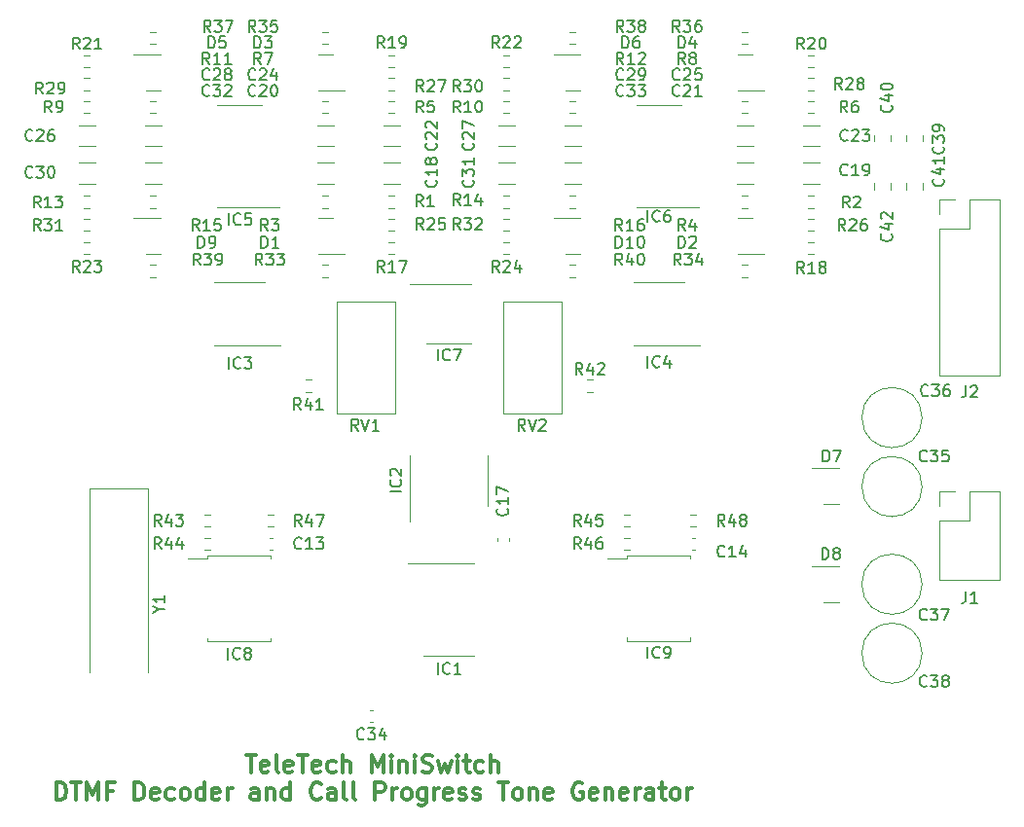
<source format=gbr>
%TF.GenerationSoftware,KiCad,Pcbnew,(6.0.0)*%
%TF.CreationDate,2022-04-09T17:12:42-04:00*%
%TF.ProjectId,ToneEncoderDecoder,546f6e65-456e-4636-9f64-65724465636f,rev?*%
%TF.SameCoordinates,Original*%
%TF.FileFunction,Legend,Top*%
%TF.FilePolarity,Positive*%
%FSLAX46Y46*%
G04 Gerber Fmt 4.6, Leading zero omitted, Abs format (unit mm)*
G04 Created by KiCad (PCBNEW (6.0.0)) date 2022-04-09 17:12:42*
%MOMM*%
%LPD*%
G01*
G04 APERTURE LIST*
%ADD10C,0.300000*%
%ADD11C,0.150000*%
%ADD12C,0.120000*%
G04 APERTURE END LIST*
D10*
X49828571Y-81871071D02*
X50685714Y-81871071D01*
X50257142Y-83371071D02*
X50257142Y-81871071D01*
X51757142Y-83299642D02*
X51614285Y-83371071D01*
X51328571Y-83371071D01*
X51185714Y-83299642D01*
X51114285Y-83156785D01*
X51114285Y-82585357D01*
X51185714Y-82442500D01*
X51328571Y-82371071D01*
X51614285Y-82371071D01*
X51757142Y-82442500D01*
X51828571Y-82585357D01*
X51828571Y-82728214D01*
X51114285Y-82871071D01*
X52685714Y-83371071D02*
X52542857Y-83299642D01*
X52471428Y-83156785D01*
X52471428Y-81871071D01*
X53828571Y-83299642D02*
X53685714Y-83371071D01*
X53400000Y-83371071D01*
X53257142Y-83299642D01*
X53185714Y-83156785D01*
X53185714Y-82585357D01*
X53257142Y-82442500D01*
X53400000Y-82371071D01*
X53685714Y-82371071D01*
X53828571Y-82442500D01*
X53900000Y-82585357D01*
X53900000Y-82728214D01*
X53185714Y-82871071D01*
X54328571Y-81871071D02*
X55185714Y-81871071D01*
X54757142Y-83371071D02*
X54757142Y-81871071D01*
X56257142Y-83299642D02*
X56114285Y-83371071D01*
X55828571Y-83371071D01*
X55685714Y-83299642D01*
X55614285Y-83156785D01*
X55614285Y-82585357D01*
X55685714Y-82442500D01*
X55828571Y-82371071D01*
X56114285Y-82371071D01*
X56257142Y-82442500D01*
X56328571Y-82585357D01*
X56328571Y-82728214D01*
X55614285Y-82871071D01*
X57614285Y-83299642D02*
X57471428Y-83371071D01*
X57185714Y-83371071D01*
X57042857Y-83299642D01*
X56971428Y-83228214D01*
X56900000Y-83085357D01*
X56900000Y-82656785D01*
X56971428Y-82513928D01*
X57042857Y-82442500D01*
X57185714Y-82371071D01*
X57471428Y-82371071D01*
X57614285Y-82442500D01*
X58257142Y-83371071D02*
X58257142Y-81871071D01*
X58900000Y-83371071D02*
X58900000Y-82585357D01*
X58828571Y-82442500D01*
X58685714Y-82371071D01*
X58471428Y-82371071D01*
X58328571Y-82442500D01*
X58257142Y-82513928D01*
X60757142Y-83371071D02*
X60757142Y-81871071D01*
X61257142Y-82942500D01*
X61757142Y-81871071D01*
X61757142Y-83371071D01*
X62471428Y-83371071D02*
X62471428Y-82371071D01*
X62471428Y-81871071D02*
X62400000Y-81942500D01*
X62471428Y-82013928D01*
X62542857Y-81942500D01*
X62471428Y-81871071D01*
X62471428Y-82013928D01*
X63185714Y-82371071D02*
X63185714Y-83371071D01*
X63185714Y-82513928D02*
X63257142Y-82442500D01*
X63400000Y-82371071D01*
X63614285Y-82371071D01*
X63757142Y-82442500D01*
X63828571Y-82585357D01*
X63828571Y-83371071D01*
X64542857Y-83371071D02*
X64542857Y-82371071D01*
X64542857Y-81871071D02*
X64471428Y-81942500D01*
X64542857Y-82013928D01*
X64614285Y-81942500D01*
X64542857Y-81871071D01*
X64542857Y-82013928D01*
X65185714Y-83299642D02*
X65400000Y-83371071D01*
X65757142Y-83371071D01*
X65900000Y-83299642D01*
X65971428Y-83228214D01*
X66042857Y-83085357D01*
X66042857Y-82942500D01*
X65971428Y-82799642D01*
X65900000Y-82728214D01*
X65757142Y-82656785D01*
X65471428Y-82585357D01*
X65328571Y-82513928D01*
X65257142Y-82442500D01*
X65185714Y-82299642D01*
X65185714Y-82156785D01*
X65257142Y-82013928D01*
X65328571Y-81942500D01*
X65471428Y-81871071D01*
X65828571Y-81871071D01*
X66042857Y-81942500D01*
X66542857Y-82371071D02*
X66828571Y-83371071D01*
X67114285Y-82656785D01*
X67400000Y-83371071D01*
X67685714Y-82371071D01*
X68257142Y-83371071D02*
X68257142Y-82371071D01*
X68257142Y-81871071D02*
X68185714Y-81942500D01*
X68257142Y-82013928D01*
X68328571Y-81942500D01*
X68257142Y-81871071D01*
X68257142Y-82013928D01*
X68757142Y-82371071D02*
X69328571Y-82371071D01*
X68971428Y-81871071D02*
X68971428Y-83156785D01*
X69042857Y-83299642D01*
X69185714Y-83371071D01*
X69328571Y-83371071D01*
X70471428Y-83299642D02*
X70328571Y-83371071D01*
X70042857Y-83371071D01*
X69900000Y-83299642D01*
X69828571Y-83228214D01*
X69757142Y-83085357D01*
X69757142Y-82656785D01*
X69828571Y-82513928D01*
X69900000Y-82442500D01*
X70042857Y-82371071D01*
X70328571Y-82371071D01*
X70471428Y-82442500D01*
X71114285Y-83371071D02*
X71114285Y-81871071D01*
X71757142Y-83371071D02*
X71757142Y-82585357D01*
X71685714Y-82442500D01*
X71542857Y-82371071D01*
X71328571Y-82371071D01*
X71185714Y-82442500D01*
X71114285Y-82513928D01*
X33364285Y-85786071D02*
X33364285Y-84286071D01*
X33721428Y-84286071D01*
X33935714Y-84357500D01*
X34078571Y-84500357D01*
X34149999Y-84643214D01*
X34221428Y-84928928D01*
X34221428Y-85143214D01*
X34149999Y-85428928D01*
X34078571Y-85571785D01*
X33935714Y-85714642D01*
X33721428Y-85786071D01*
X33364285Y-85786071D01*
X34649999Y-84286071D02*
X35507142Y-84286071D01*
X35078571Y-85786071D02*
X35078571Y-84286071D01*
X36007142Y-85786071D02*
X36007142Y-84286071D01*
X36507142Y-85357500D01*
X37007142Y-84286071D01*
X37007142Y-85786071D01*
X38221428Y-85000357D02*
X37721428Y-85000357D01*
X37721428Y-85786071D02*
X37721428Y-84286071D01*
X38435714Y-84286071D01*
X40149999Y-85786071D02*
X40149999Y-84286071D01*
X40507142Y-84286071D01*
X40721428Y-84357500D01*
X40864285Y-84500357D01*
X40935714Y-84643214D01*
X41007142Y-84928928D01*
X41007142Y-85143214D01*
X40935714Y-85428928D01*
X40864285Y-85571785D01*
X40721428Y-85714642D01*
X40507142Y-85786071D01*
X40149999Y-85786071D01*
X42221428Y-85714642D02*
X42078571Y-85786071D01*
X41792857Y-85786071D01*
X41649999Y-85714642D01*
X41578571Y-85571785D01*
X41578571Y-85000357D01*
X41649999Y-84857500D01*
X41792857Y-84786071D01*
X42078571Y-84786071D01*
X42221428Y-84857500D01*
X42292857Y-85000357D01*
X42292857Y-85143214D01*
X41578571Y-85286071D01*
X43578571Y-85714642D02*
X43435714Y-85786071D01*
X43149999Y-85786071D01*
X43007142Y-85714642D01*
X42935714Y-85643214D01*
X42864285Y-85500357D01*
X42864285Y-85071785D01*
X42935714Y-84928928D01*
X43007142Y-84857500D01*
X43149999Y-84786071D01*
X43435714Y-84786071D01*
X43578571Y-84857500D01*
X44435714Y-85786071D02*
X44292857Y-85714642D01*
X44221428Y-85643214D01*
X44149999Y-85500357D01*
X44149999Y-85071785D01*
X44221428Y-84928928D01*
X44292857Y-84857500D01*
X44435714Y-84786071D01*
X44649999Y-84786071D01*
X44792857Y-84857500D01*
X44864285Y-84928928D01*
X44935714Y-85071785D01*
X44935714Y-85500357D01*
X44864285Y-85643214D01*
X44792857Y-85714642D01*
X44649999Y-85786071D01*
X44435714Y-85786071D01*
X46221428Y-85786071D02*
X46221428Y-84286071D01*
X46221428Y-85714642D02*
X46078571Y-85786071D01*
X45792857Y-85786071D01*
X45649999Y-85714642D01*
X45578571Y-85643214D01*
X45507142Y-85500357D01*
X45507142Y-85071785D01*
X45578571Y-84928928D01*
X45649999Y-84857500D01*
X45792857Y-84786071D01*
X46078571Y-84786071D01*
X46221428Y-84857500D01*
X47507142Y-85714642D02*
X47364285Y-85786071D01*
X47078571Y-85786071D01*
X46935714Y-85714642D01*
X46864285Y-85571785D01*
X46864285Y-85000357D01*
X46935714Y-84857500D01*
X47078571Y-84786071D01*
X47364285Y-84786071D01*
X47507142Y-84857500D01*
X47578571Y-85000357D01*
X47578571Y-85143214D01*
X46864285Y-85286071D01*
X48221428Y-85786071D02*
X48221428Y-84786071D01*
X48221428Y-85071785D02*
X48292857Y-84928928D01*
X48364285Y-84857500D01*
X48507142Y-84786071D01*
X48649999Y-84786071D01*
X50935714Y-85786071D02*
X50935714Y-85000357D01*
X50864285Y-84857500D01*
X50721428Y-84786071D01*
X50435714Y-84786071D01*
X50292857Y-84857500D01*
X50935714Y-85714642D02*
X50792857Y-85786071D01*
X50435714Y-85786071D01*
X50292857Y-85714642D01*
X50221428Y-85571785D01*
X50221428Y-85428928D01*
X50292857Y-85286071D01*
X50435714Y-85214642D01*
X50792857Y-85214642D01*
X50935714Y-85143214D01*
X51649999Y-84786071D02*
X51649999Y-85786071D01*
X51649999Y-84928928D02*
X51721428Y-84857500D01*
X51864285Y-84786071D01*
X52078571Y-84786071D01*
X52221428Y-84857500D01*
X52292857Y-85000357D01*
X52292857Y-85786071D01*
X53649999Y-85786071D02*
X53649999Y-84286071D01*
X53649999Y-85714642D02*
X53507142Y-85786071D01*
X53221428Y-85786071D01*
X53078571Y-85714642D01*
X53007142Y-85643214D01*
X52935714Y-85500357D01*
X52935714Y-85071785D01*
X53007142Y-84928928D01*
X53078571Y-84857500D01*
X53221428Y-84786071D01*
X53507142Y-84786071D01*
X53649999Y-84857500D01*
X56364285Y-85643214D02*
X56292857Y-85714642D01*
X56078571Y-85786071D01*
X55935714Y-85786071D01*
X55721428Y-85714642D01*
X55578571Y-85571785D01*
X55507142Y-85428928D01*
X55435714Y-85143214D01*
X55435714Y-84928928D01*
X55507142Y-84643214D01*
X55578571Y-84500357D01*
X55721428Y-84357500D01*
X55935714Y-84286071D01*
X56078571Y-84286071D01*
X56292857Y-84357500D01*
X56364285Y-84428928D01*
X57649999Y-85786071D02*
X57649999Y-85000357D01*
X57578571Y-84857500D01*
X57435714Y-84786071D01*
X57149999Y-84786071D01*
X57007142Y-84857500D01*
X57649999Y-85714642D02*
X57507142Y-85786071D01*
X57149999Y-85786071D01*
X57007142Y-85714642D01*
X56935714Y-85571785D01*
X56935714Y-85428928D01*
X57007142Y-85286071D01*
X57149999Y-85214642D01*
X57507142Y-85214642D01*
X57649999Y-85143214D01*
X58578571Y-85786071D02*
X58435714Y-85714642D01*
X58364285Y-85571785D01*
X58364285Y-84286071D01*
X59364285Y-85786071D02*
X59221428Y-85714642D01*
X59150000Y-85571785D01*
X59150000Y-84286071D01*
X61078571Y-85786071D02*
X61078571Y-84286071D01*
X61650000Y-84286071D01*
X61792857Y-84357500D01*
X61864285Y-84428928D01*
X61935714Y-84571785D01*
X61935714Y-84786071D01*
X61864285Y-84928928D01*
X61792857Y-85000357D01*
X61650000Y-85071785D01*
X61078571Y-85071785D01*
X62578571Y-85786071D02*
X62578571Y-84786071D01*
X62578571Y-85071785D02*
X62650000Y-84928928D01*
X62721428Y-84857500D01*
X62864285Y-84786071D01*
X63007142Y-84786071D01*
X63721428Y-85786071D02*
X63578571Y-85714642D01*
X63507142Y-85643214D01*
X63435714Y-85500357D01*
X63435714Y-85071785D01*
X63507142Y-84928928D01*
X63578571Y-84857500D01*
X63721428Y-84786071D01*
X63935714Y-84786071D01*
X64078571Y-84857500D01*
X64150000Y-84928928D01*
X64221428Y-85071785D01*
X64221428Y-85500357D01*
X64150000Y-85643214D01*
X64078571Y-85714642D01*
X63935714Y-85786071D01*
X63721428Y-85786071D01*
X65507142Y-84786071D02*
X65507142Y-86000357D01*
X65435714Y-86143214D01*
X65364285Y-86214642D01*
X65221428Y-86286071D01*
X65007142Y-86286071D01*
X64864285Y-86214642D01*
X65507142Y-85714642D02*
X65364285Y-85786071D01*
X65078571Y-85786071D01*
X64935714Y-85714642D01*
X64864285Y-85643214D01*
X64792857Y-85500357D01*
X64792857Y-85071785D01*
X64864285Y-84928928D01*
X64935714Y-84857500D01*
X65078571Y-84786071D01*
X65364285Y-84786071D01*
X65507142Y-84857500D01*
X66221428Y-85786071D02*
X66221428Y-84786071D01*
X66221428Y-85071785D02*
X66292857Y-84928928D01*
X66364285Y-84857500D01*
X66507142Y-84786071D01*
X66650000Y-84786071D01*
X67721428Y-85714642D02*
X67578571Y-85786071D01*
X67292857Y-85786071D01*
X67150000Y-85714642D01*
X67078571Y-85571785D01*
X67078571Y-85000357D01*
X67150000Y-84857500D01*
X67292857Y-84786071D01*
X67578571Y-84786071D01*
X67721428Y-84857500D01*
X67792857Y-85000357D01*
X67792857Y-85143214D01*
X67078571Y-85286071D01*
X68364285Y-85714642D02*
X68507142Y-85786071D01*
X68792857Y-85786071D01*
X68935714Y-85714642D01*
X69007142Y-85571785D01*
X69007142Y-85500357D01*
X68935714Y-85357500D01*
X68792857Y-85286071D01*
X68578571Y-85286071D01*
X68435714Y-85214642D01*
X68364285Y-85071785D01*
X68364285Y-85000357D01*
X68435714Y-84857500D01*
X68578571Y-84786071D01*
X68792857Y-84786071D01*
X68935714Y-84857500D01*
X69578571Y-85714642D02*
X69721428Y-85786071D01*
X70007142Y-85786071D01*
X70150000Y-85714642D01*
X70221428Y-85571785D01*
X70221428Y-85500357D01*
X70150000Y-85357500D01*
X70007142Y-85286071D01*
X69792857Y-85286071D01*
X69650000Y-85214642D01*
X69578571Y-85071785D01*
X69578571Y-85000357D01*
X69650000Y-84857500D01*
X69792857Y-84786071D01*
X70007142Y-84786071D01*
X70150000Y-84857500D01*
X71792857Y-84286071D02*
X72650000Y-84286071D01*
X72221428Y-85786071D02*
X72221428Y-84286071D01*
X73364285Y-85786071D02*
X73221428Y-85714642D01*
X73150000Y-85643214D01*
X73078571Y-85500357D01*
X73078571Y-85071785D01*
X73150000Y-84928928D01*
X73221428Y-84857500D01*
X73364285Y-84786071D01*
X73578571Y-84786071D01*
X73721428Y-84857500D01*
X73792857Y-84928928D01*
X73864285Y-85071785D01*
X73864285Y-85500357D01*
X73792857Y-85643214D01*
X73721428Y-85714642D01*
X73578571Y-85786071D01*
X73364285Y-85786071D01*
X74507142Y-84786071D02*
X74507142Y-85786071D01*
X74507142Y-84928928D02*
X74578571Y-84857500D01*
X74721428Y-84786071D01*
X74935714Y-84786071D01*
X75078571Y-84857500D01*
X75150000Y-85000357D01*
X75150000Y-85786071D01*
X76435714Y-85714642D02*
X76292857Y-85786071D01*
X76007142Y-85786071D01*
X75864285Y-85714642D01*
X75792857Y-85571785D01*
X75792857Y-85000357D01*
X75864285Y-84857500D01*
X76007142Y-84786071D01*
X76292857Y-84786071D01*
X76435714Y-84857500D01*
X76507142Y-85000357D01*
X76507142Y-85143214D01*
X75792857Y-85286071D01*
X79078571Y-84357500D02*
X78935714Y-84286071D01*
X78721428Y-84286071D01*
X78507142Y-84357500D01*
X78364285Y-84500357D01*
X78292857Y-84643214D01*
X78221428Y-84928928D01*
X78221428Y-85143214D01*
X78292857Y-85428928D01*
X78364285Y-85571785D01*
X78507142Y-85714642D01*
X78721428Y-85786071D01*
X78864285Y-85786071D01*
X79078571Y-85714642D01*
X79150000Y-85643214D01*
X79150000Y-85143214D01*
X78864285Y-85143214D01*
X80364285Y-85714642D02*
X80221428Y-85786071D01*
X79935714Y-85786071D01*
X79792857Y-85714642D01*
X79721428Y-85571785D01*
X79721428Y-85000357D01*
X79792857Y-84857500D01*
X79935714Y-84786071D01*
X80221428Y-84786071D01*
X80364285Y-84857500D01*
X80435714Y-85000357D01*
X80435714Y-85143214D01*
X79721428Y-85286071D01*
X81078571Y-84786071D02*
X81078571Y-85786071D01*
X81078571Y-84928928D02*
X81150000Y-84857500D01*
X81292857Y-84786071D01*
X81507142Y-84786071D01*
X81650000Y-84857500D01*
X81721428Y-85000357D01*
X81721428Y-85786071D01*
X83007142Y-85714642D02*
X82864285Y-85786071D01*
X82578571Y-85786071D01*
X82435714Y-85714642D01*
X82364285Y-85571785D01*
X82364285Y-85000357D01*
X82435714Y-84857500D01*
X82578571Y-84786071D01*
X82864285Y-84786071D01*
X83007142Y-84857500D01*
X83078571Y-85000357D01*
X83078571Y-85143214D01*
X82364285Y-85286071D01*
X83721428Y-85786071D02*
X83721428Y-84786071D01*
X83721428Y-85071785D02*
X83792857Y-84928928D01*
X83864285Y-84857500D01*
X84007142Y-84786071D01*
X84150000Y-84786071D01*
X85292857Y-85786071D02*
X85292857Y-85000357D01*
X85221428Y-84857500D01*
X85078571Y-84786071D01*
X84792857Y-84786071D01*
X84650000Y-84857500D01*
X85292857Y-85714642D02*
X85150000Y-85786071D01*
X84792857Y-85786071D01*
X84650000Y-85714642D01*
X84578571Y-85571785D01*
X84578571Y-85428928D01*
X84650000Y-85286071D01*
X84792857Y-85214642D01*
X85150000Y-85214642D01*
X85292857Y-85143214D01*
X85792857Y-84786071D02*
X86364285Y-84786071D01*
X86007142Y-84286071D02*
X86007142Y-85571785D01*
X86078571Y-85714642D01*
X86221428Y-85786071D01*
X86364285Y-85786071D01*
X87078571Y-85786071D02*
X86935714Y-85714642D01*
X86864285Y-85643214D01*
X86792857Y-85500357D01*
X86792857Y-85071785D01*
X86864285Y-84928928D01*
X86935714Y-84857500D01*
X87078571Y-84786071D01*
X87292857Y-84786071D01*
X87435714Y-84857500D01*
X87507142Y-84928928D01*
X87578571Y-85071785D01*
X87578571Y-85500357D01*
X87507142Y-85643214D01*
X87435714Y-85714642D01*
X87292857Y-85786071D01*
X87078571Y-85786071D01*
X88221428Y-85786071D02*
X88221428Y-84786071D01*
X88221428Y-85071785D02*
X88292857Y-84928928D01*
X88364285Y-84857500D01*
X88507142Y-84786071D01*
X88650000Y-84786071D01*
D11*
%TO.C,D10*%
X81985714Y-37752380D02*
X81985714Y-36752380D01*
X82223809Y-36752380D01*
X82366666Y-36800000D01*
X82461904Y-36895238D01*
X82509523Y-36990476D01*
X82557142Y-37180952D01*
X82557142Y-37323809D01*
X82509523Y-37514285D01*
X82461904Y-37609523D01*
X82366666Y-37704761D01*
X82223809Y-37752380D01*
X81985714Y-37752380D01*
X83509523Y-37752380D02*
X82938095Y-37752380D01*
X83223809Y-37752380D02*
X83223809Y-36752380D01*
X83128571Y-36895238D01*
X83033333Y-36990476D01*
X82938095Y-37038095D01*
X84128571Y-36752380D02*
X84223809Y-36752380D01*
X84319047Y-36800000D01*
X84366666Y-36847619D01*
X84414285Y-36942857D01*
X84461904Y-37133333D01*
X84461904Y-37371428D01*
X84414285Y-37561904D01*
X84366666Y-37657142D01*
X84319047Y-37704761D01*
X84223809Y-37752380D01*
X84128571Y-37752380D01*
X84033333Y-37704761D01*
X83985714Y-37657142D01*
X83938095Y-37561904D01*
X83890476Y-37371428D01*
X83890476Y-37133333D01*
X83938095Y-36942857D01*
X83985714Y-36847619D01*
X84033333Y-36800000D01*
X84128571Y-36752380D01*
%TO.C,R28*%
X101657142Y-23952380D02*
X101323809Y-23476190D01*
X101085714Y-23952380D02*
X101085714Y-22952380D01*
X101466666Y-22952380D01*
X101561904Y-23000000D01*
X101609523Y-23047619D01*
X101657142Y-23142857D01*
X101657142Y-23285714D01*
X101609523Y-23380952D01*
X101561904Y-23428571D01*
X101466666Y-23476190D01*
X101085714Y-23476190D01*
X102038095Y-23047619D02*
X102085714Y-23000000D01*
X102180952Y-22952380D01*
X102419047Y-22952380D01*
X102514285Y-23000000D01*
X102561904Y-23047619D01*
X102609523Y-23142857D01*
X102609523Y-23238095D01*
X102561904Y-23380952D01*
X101990476Y-23952380D01*
X102609523Y-23952380D01*
X103180952Y-23380952D02*
X103085714Y-23333333D01*
X103038095Y-23285714D01*
X102990476Y-23190476D01*
X102990476Y-23142857D01*
X103038095Y-23047619D01*
X103085714Y-23000000D01*
X103180952Y-22952380D01*
X103371428Y-22952380D01*
X103466666Y-23000000D01*
X103514285Y-23047619D01*
X103561904Y-23142857D01*
X103561904Y-23190476D01*
X103514285Y-23285714D01*
X103466666Y-23333333D01*
X103371428Y-23380952D01*
X103180952Y-23380952D01*
X103085714Y-23428571D01*
X103038095Y-23476190D01*
X102990476Y-23571428D01*
X102990476Y-23761904D01*
X103038095Y-23857142D01*
X103085714Y-23904761D01*
X103180952Y-23952380D01*
X103371428Y-23952380D01*
X103466666Y-23904761D01*
X103514285Y-23857142D01*
X103561904Y-23761904D01*
X103561904Y-23571428D01*
X103514285Y-23476190D01*
X103466666Y-23428571D01*
X103371428Y-23380952D01*
%TO.C,R10*%
X68457142Y-25952380D02*
X68123809Y-25476190D01*
X67885714Y-25952380D02*
X67885714Y-24952380D01*
X68266666Y-24952380D01*
X68361904Y-25000000D01*
X68409523Y-25047619D01*
X68457142Y-25142857D01*
X68457142Y-25285714D01*
X68409523Y-25380952D01*
X68361904Y-25428571D01*
X68266666Y-25476190D01*
X67885714Y-25476190D01*
X69409523Y-25952380D02*
X68838095Y-25952380D01*
X69123809Y-25952380D02*
X69123809Y-24952380D01*
X69028571Y-25095238D01*
X68933333Y-25190476D01*
X68838095Y-25238095D01*
X70028571Y-24952380D02*
X70123809Y-24952380D01*
X70219047Y-25000000D01*
X70266666Y-25047619D01*
X70314285Y-25142857D01*
X70361904Y-25333333D01*
X70361904Y-25571428D01*
X70314285Y-25761904D01*
X70266666Y-25857142D01*
X70219047Y-25904761D01*
X70123809Y-25952380D01*
X70028571Y-25952380D01*
X69933333Y-25904761D01*
X69885714Y-25857142D01*
X69838095Y-25761904D01*
X69790476Y-25571428D01*
X69790476Y-25333333D01*
X69838095Y-25142857D01*
X69885714Y-25047619D01*
X69933333Y-25000000D01*
X70028571Y-24952380D01*
%TO.C,J2*%
X112436666Y-49752380D02*
X112436666Y-50466666D01*
X112389047Y-50609523D01*
X112293809Y-50704761D01*
X112150952Y-50752380D01*
X112055714Y-50752380D01*
X112865238Y-49847619D02*
X112912857Y-49800000D01*
X113008095Y-49752380D01*
X113246190Y-49752380D01*
X113341428Y-49800000D01*
X113389047Y-49847619D01*
X113436666Y-49942857D01*
X113436666Y-50038095D01*
X113389047Y-50180952D01*
X112817619Y-50752380D01*
X113436666Y-50752380D01*
%TO.C,R41*%
X54607142Y-51852380D02*
X54273809Y-51376190D01*
X54035714Y-51852380D02*
X54035714Y-50852380D01*
X54416666Y-50852380D01*
X54511904Y-50900000D01*
X54559523Y-50947619D01*
X54607142Y-51042857D01*
X54607142Y-51185714D01*
X54559523Y-51280952D01*
X54511904Y-51328571D01*
X54416666Y-51376190D01*
X54035714Y-51376190D01*
X55464285Y-51185714D02*
X55464285Y-51852380D01*
X55226190Y-50804761D02*
X54988095Y-51519047D01*
X55607142Y-51519047D01*
X56511904Y-51852380D02*
X55940476Y-51852380D01*
X56226190Y-51852380D02*
X56226190Y-50852380D01*
X56130952Y-50995238D01*
X56035714Y-51090476D01*
X55940476Y-51138095D01*
%TO.C,IC5*%
X48323809Y-35752380D02*
X48323809Y-34752380D01*
X49371428Y-35657142D02*
X49323809Y-35704761D01*
X49180952Y-35752380D01*
X49085714Y-35752380D01*
X48942857Y-35704761D01*
X48847619Y-35609523D01*
X48800000Y-35514285D01*
X48752380Y-35323809D01*
X48752380Y-35180952D01*
X48800000Y-34990476D01*
X48847619Y-34895238D01*
X48942857Y-34800000D01*
X49085714Y-34752380D01*
X49180952Y-34752380D01*
X49323809Y-34800000D01*
X49371428Y-34847619D01*
X50276190Y-34752380D02*
X49800000Y-34752380D01*
X49752380Y-35228571D01*
X49800000Y-35180952D01*
X49895238Y-35133333D01*
X50133333Y-35133333D01*
X50228571Y-35180952D01*
X50276190Y-35228571D01*
X50323809Y-35323809D01*
X50323809Y-35561904D01*
X50276190Y-35657142D01*
X50228571Y-35704761D01*
X50133333Y-35752380D01*
X49895238Y-35752380D01*
X49800000Y-35704761D01*
X49752380Y-35657142D01*
%TO.C,C28*%
X46657142Y-23057142D02*
X46609523Y-23104761D01*
X46466666Y-23152380D01*
X46371428Y-23152380D01*
X46228571Y-23104761D01*
X46133333Y-23009523D01*
X46085714Y-22914285D01*
X46038095Y-22723809D01*
X46038095Y-22580952D01*
X46085714Y-22390476D01*
X46133333Y-22295238D01*
X46228571Y-22200000D01*
X46371428Y-22152380D01*
X46466666Y-22152380D01*
X46609523Y-22200000D01*
X46657142Y-22247619D01*
X47038095Y-22247619D02*
X47085714Y-22200000D01*
X47180952Y-22152380D01*
X47419047Y-22152380D01*
X47514285Y-22200000D01*
X47561904Y-22247619D01*
X47609523Y-22342857D01*
X47609523Y-22438095D01*
X47561904Y-22580952D01*
X46990476Y-23152380D01*
X47609523Y-23152380D01*
X48180952Y-22580952D02*
X48085714Y-22533333D01*
X48038095Y-22485714D01*
X47990476Y-22390476D01*
X47990476Y-22342857D01*
X48038095Y-22247619D01*
X48085714Y-22200000D01*
X48180952Y-22152380D01*
X48371428Y-22152380D01*
X48466666Y-22200000D01*
X48514285Y-22247619D01*
X48561904Y-22342857D01*
X48561904Y-22390476D01*
X48514285Y-22485714D01*
X48466666Y-22533333D01*
X48371428Y-22580952D01*
X48180952Y-22580952D01*
X48085714Y-22628571D01*
X48038095Y-22676190D01*
X47990476Y-22771428D01*
X47990476Y-22961904D01*
X48038095Y-23057142D01*
X48085714Y-23104761D01*
X48180952Y-23152380D01*
X48371428Y-23152380D01*
X48466666Y-23104761D01*
X48514285Y-23057142D01*
X48561904Y-22961904D01*
X48561904Y-22771428D01*
X48514285Y-22676190D01*
X48466666Y-22628571D01*
X48371428Y-22580952D01*
%TO.C,RV1*%
X59604761Y-53652380D02*
X59271428Y-53176190D01*
X59033333Y-53652380D02*
X59033333Y-52652380D01*
X59414285Y-52652380D01*
X59509523Y-52700000D01*
X59557142Y-52747619D01*
X59604761Y-52842857D01*
X59604761Y-52985714D01*
X59557142Y-53080952D01*
X59509523Y-53128571D01*
X59414285Y-53176190D01*
X59033333Y-53176190D01*
X59890476Y-52652380D02*
X60223809Y-53652380D01*
X60557142Y-52652380D01*
X61414285Y-53652380D02*
X60842857Y-53652380D01*
X61128571Y-53652380D02*
X61128571Y-52652380D01*
X61033333Y-52795238D01*
X60938095Y-52890476D01*
X60842857Y-52938095D01*
%TO.C,R32*%
X68457142Y-36152380D02*
X68123809Y-35676190D01*
X67885714Y-36152380D02*
X67885714Y-35152380D01*
X68266666Y-35152380D01*
X68361904Y-35200000D01*
X68409523Y-35247619D01*
X68457142Y-35342857D01*
X68457142Y-35485714D01*
X68409523Y-35580952D01*
X68361904Y-35628571D01*
X68266666Y-35676190D01*
X67885714Y-35676190D01*
X68790476Y-35152380D02*
X69409523Y-35152380D01*
X69076190Y-35533333D01*
X69219047Y-35533333D01*
X69314285Y-35580952D01*
X69361904Y-35628571D01*
X69409523Y-35723809D01*
X69409523Y-35961904D01*
X69361904Y-36057142D01*
X69314285Y-36104761D01*
X69219047Y-36152380D01*
X68933333Y-36152380D01*
X68838095Y-36104761D01*
X68790476Y-36057142D01*
X69790476Y-35247619D02*
X69838095Y-35200000D01*
X69933333Y-35152380D01*
X70171428Y-35152380D01*
X70266666Y-35200000D01*
X70314285Y-35247619D01*
X70361904Y-35342857D01*
X70361904Y-35438095D01*
X70314285Y-35580952D01*
X69742857Y-36152380D01*
X70361904Y-36152380D01*
%TO.C,R16*%
X82557142Y-36252380D02*
X82223809Y-35776190D01*
X81985714Y-36252380D02*
X81985714Y-35252380D01*
X82366666Y-35252380D01*
X82461904Y-35300000D01*
X82509523Y-35347619D01*
X82557142Y-35442857D01*
X82557142Y-35585714D01*
X82509523Y-35680952D01*
X82461904Y-35728571D01*
X82366666Y-35776190D01*
X81985714Y-35776190D01*
X83509523Y-36252380D02*
X82938095Y-36252380D01*
X83223809Y-36252380D02*
X83223809Y-35252380D01*
X83128571Y-35395238D01*
X83033333Y-35490476D01*
X82938095Y-35538095D01*
X84366666Y-35252380D02*
X84176190Y-35252380D01*
X84080952Y-35300000D01*
X84033333Y-35347619D01*
X83938095Y-35490476D01*
X83890476Y-35680952D01*
X83890476Y-36061904D01*
X83938095Y-36157142D01*
X83985714Y-36204761D01*
X84080952Y-36252380D01*
X84271428Y-36252380D01*
X84366666Y-36204761D01*
X84414285Y-36157142D01*
X84461904Y-36061904D01*
X84461904Y-35823809D01*
X84414285Y-35728571D01*
X84366666Y-35680952D01*
X84271428Y-35633333D01*
X84080952Y-35633333D01*
X83985714Y-35680952D01*
X83938095Y-35728571D01*
X83890476Y-35823809D01*
%TO.C,C22*%
X66357142Y-28642857D02*
X66404761Y-28690476D01*
X66452380Y-28833333D01*
X66452380Y-28928571D01*
X66404761Y-29071428D01*
X66309523Y-29166666D01*
X66214285Y-29214285D01*
X66023809Y-29261904D01*
X65880952Y-29261904D01*
X65690476Y-29214285D01*
X65595238Y-29166666D01*
X65500000Y-29071428D01*
X65452380Y-28928571D01*
X65452380Y-28833333D01*
X65500000Y-28690476D01*
X65547619Y-28642857D01*
X65547619Y-28261904D02*
X65500000Y-28214285D01*
X65452380Y-28119047D01*
X65452380Y-27880952D01*
X65500000Y-27785714D01*
X65547619Y-27738095D01*
X65642857Y-27690476D01*
X65738095Y-27690476D01*
X65880952Y-27738095D01*
X66452380Y-28309523D01*
X66452380Y-27690476D01*
X65547619Y-27309523D02*
X65500000Y-27261904D01*
X65452380Y-27166666D01*
X65452380Y-26928571D01*
X65500000Y-26833333D01*
X65547619Y-26785714D01*
X65642857Y-26738095D01*
X65738095Y-26738095D01*
X65880952Y-26785714D01*
X66452380Y-27357142D01*
X66452380Y-26738095D01*
%TO.C,R44*%
X42457142Y-63952380D02*
X42123809Y-63476190D01*
X41885714Y-63952380D02*
X41885714Y-62952380D01*
X42266666Y-62952380D01*
X42361904Y-63000000D01*
X42409523Y-63047619D01*
X42457142Y-63142857D01*
X42457142Y-63285714D01*
X42409523Y-63380952D01*
X42361904Y-63428571D01*
X42266666Y-63476190D01*
X41885714Y-63476190D01*
X43314285Y-63285714D02*
X43314285Y-63952380D01*
X43076190Y-62904761D02*
X42838095Y-63619047D01*
X43457142Y-63619047D01*
X44266666Y-63285714D02*
X44266666Y-63952380D01*
X44028571Y-62904761D02*
X43790476Y-63619047D01*
X44409523Y-63619047D01*
%TO.C,IC3*%
X48323809Y-48252380D02*
X48323809Y-47252380D01*
X49371428Y-48157142D02*
X49323809Y-48204761D01*
X49180952Y-48252380D01*
X49085714Y-48252380D01*
X48942857Y-48204761D01*
X48847619Y-48109523D01*
X48800000Y-48014285D01*
X48752380Y-47823809D01*
X48752380Y-47680952D01*
X48800000Y-47490476D01*
X48847619Y-47395238D01*
X48942857Y-47300000D01*
X49085714Y-47252380D01*
X49180952Y-47252380D01*
X49323809Y-47300000D01*
X49371428Y-47347619D01*
X49704761Y-47252380D02*
X50323809Y-47252380D01*
X49990476Y-47633333D01*
X50133333Y-47633333D01*
X50228571Y-47680952D01*
X50276190Y-47728571D01*
X50323809Y-47823809D01*
X50323809Y-48061904D01*
X50276190Y-48157142D01*
X50228571Y-48204761D01*
X50133333Y-48252380D01*
X49847619Y-48252380D01*
X49752380Y-48204761D01*
X49704761Y-48157142D01*
%TO.C,R17*%
X61857142Y-39852380D02*
X61523809Y-39376190D01*
X61285714Y-39852380D02*
X61285714Y-38852380D01*
X61666666Y-38852380D01*
X61761904Y-38900000D01*
X61809523Y-38947619D01*
X61857142Y-39042857D01*
X61857142Y-39185714D01*
X61809523Y-39280952D01*
X61761904Y-39328571D01*
X61666666Y-39376190D01*
X61285714Y-39376190D01*
X62809523Y-39852380D02*
X62238095Y-39852380D01*
X62523809Y-39852380D02*
X62523809Y-38852380D01*
X62428571Y-38995238D01*
X62333333Y-39090476D01*
X62238095Y-39138095D01*
X63142857Y-38852380D02*
X63809523Y-38852380D01*
X63380952Y-39852380D01*
%TO.C,R19*%
X61857142Y-20352380D02*
X61523809Y-19876190D01*
X61285714Y-20352380D02*
X61285714Y-19352380D01*
X61666666Y-19352380D01*
X61761904Y-19400000D01*
X61809523Y-19447619D01*
X61857142Y-19542857D01*
X61857142Y-19685714D01*
X61809523Y-19780952D01*
X61761904Y-19828571D01*
X61666666Y-19876190D01*
X61285714Y-19876190D01*
X62809523Y-20352380D02*
X62238095Y-20352380D01*
X62523809Y-20352380D02*
X62523809Y-19352380D01*
X62428571Y-19495238D01*
X62333333Y-19590476D01*
X62238095Y-19638095D01*
X63285714Y-20352380D02*
X63476190Y-20352380D01*
X63571428Y-20304761D01*
X63619047Y-20257142D01*
X63714285Y-20114285D01*
X63761904Y-19923809D01*
X63761904Y-19542857D01*
X63714285Y-19447619D01*
X63666666Y-19400000D01*
X63571428Y-19352380D01*
X63380952Y-19352380D01*
X63285714Y-19400000D01*
X63238095Y-19447619D01*
X63190476Y-19542857D01*
X63190476Y-19780952D01*
X63238095Y-19876190D01*
X63285714Y-19923809D01*
X63380952Y-19971428D01*
X63571428Y-19971428D01*
X63666666Y-19923809D01*
X63714285Y-19876190D01*
X63761904Y-19780952D01*
%TO.C,D2*%
X87461904Y-37752380D02*
X87461904Y-36752380D01*
X87700000Y-36752380D01*
X87842857Y-36800000D01*
X87938095Y-36895238D01*
X87985714Y-36990476D01*
X88033333Y-37180952D01*
X88033333Y-37323809D01*
X87985714Y-37514285D01*
X87938095Y-37609523D01*
X87842857Y-37704761D01*
X87700000Y-37752380D01*
X87461904Y-37752380D01*
X88414285Y-36847619D02*
X88461904Y-36800000D01*
X88557142Y-36752380D01*
X88795238Y-36752380D01*
X88890476Y-36800000D01*
X88938095Y-36847619D01*
X88985714Y-36942857D01*
X88985714Y-37038095D01*
X88938095Y-37180952D01*
X88366666Y-37752380D01*
X88985714Y-37752380D01*
%TO.C,R7*%
X51133333Y-21752380D02*
X50800000Y-21276190D01*
X50561904Y-21752380D02*
X50561904Y-20752380D01*
X50942857Y-20752380D01*
X51038095Y-20800000D01*
X51085714Y-20847619D01*
X51133333Y-20942857D01*
X51133333Y-21085714D01*
X51085714Y-21180952D01*
X51038095Y-21228571D01*
X50942857Y-21276190D01*
X50561904Y-21276190D01*
X51466666Y-20752380D02*
X52133333Y-20752380D01*
X51704761Y-21752380D01*
%TO.C,C36*%
X109157142Y-50557142D02*
X109109523Y-50604761D01*
X108966666Y-50652380D01*
X108871428Y-50652380D01*
X108728571Y-50604761D01*
X108633333Y-50509523D01*
X108585714Y-50414285D01*
X108538095Y-50223809D01*
X108538095Y-50080952D01*
X108585714Y-49890476D01*
X108633333Y-49795238D01*
X108728571Y-49700000D01*
X108871428Y-49652380D01*
X108966666Y-49652380D01*
X109109523Y-49700000D01*
X109157142Y-49747619D01*
X109490476Y-49652380D02*
X110109523Y-49652380D01*
X109776190Y-50033333D01*
X109919047Y-50033333D01*
X110014285Y-50080952D01*
X110061904Y-50128571D01*
X110109523Y-50223809D01*
X110109523Y-50461904D01*
X110061904Y-50557142D01*
X110014285Y-50604761D01*
X109919047Y-50652380D01*
X109633333Y-50652380D01*
X109538095Y-50604761D01*
X109490476Y-50557142D01*
X110966666Y-49652380D02*
X110776190Y-49652380D01*
X110680952Y-49700000D01*
X110633333Y-49747619D01*
X110538095Y-49890476D01*
X110490476Y-50080952D01*
X110490476Y-50461904D01*
X110538095Y-50557142D01*
X110585714Y-50604761D01*
X110680952Y-50652380D01*
X110871428Y-50652380D01*
X110966666Y-50604761D01*
X111014285Y-50557142D01*
X111061904Y-50461904D01*
X111061904Y-50223809D01*
X111014285Y-50128571D01*
X110966666Y-50080952D01*
X110871428Y-50033333D01*
X110680952Y-50033333D01*
X110585714Y-50080952D01*
X110538095Y-50128571D01*
X110490476Y-50223809D01*
%TO.C,R46*%
X78957142Y-63952380D02*
X78623809Y-63476190D01*
X78385714Y-63952380D02*
X78385714Y-62952380D01*
X78766666Y-62952380D01*
X78861904Y-63000000D01*
X78909523Y-63047619D01*
X78957142Y-63142857D01*
X78957142Y-63285714D01*
X78909523Y-63380952D01*
X78861904Y-63428571D01*
X78766666Y-63476190D01*
X78385714Y-63476190D01*
X79814285Y-63285714D02*
X79814285Y-63952380D01*
X79576190Y-62904761D02*
X79338095Y-63619047D01*
X79957142Y-63619047D01*
X80766666Y-62952380D02*
X80576190Y-62952380D01*
X80480952Y-63000000D01*
X80433333Y-63047619D01*
X80338095Y-63190476D01*
X80290476Y-63380952D01*
X80290476Y-63761904D01*
X80338095Y-63857142D01*
X80385714Y-63904761D01*
X80480952Y-63952380D01*
X80671428Y-63952380D01*
X80766666Y-63904761D01*
X80814285Y-63857142D01*
X80861904Y-63761904D01*
X80861904Y-63523809D01*
X80814285Y-63428571D01*
X80766666Y-63380952D01*
X80671428Y-63333333D01*
X80480952Y-63333333D01*
X80385714Y-63380952D01*
X80338095Y-63428571D01*
X80290476Y-63523809D01*
%TO.C,C40*%
X105957142Y-25342857D02*
X106004761Y-25390476D01*
X106052380Y-25533333D01*
X106052380Y-25628571D01*
X106004761Y-25771428D01*
X105909523Y-25866666D01*
X105814285Y-25914285D01*
X105623809Y-25961904D01*
X105480952Y-25961904D01*
X105290476Y-25914285D01*
X105195238Y-25866666D01*
X105100000Y-25771428D01*
X105052380Y-25628571D01*
X105052380Y-25533333D01*
X105100000Y-25390476D01*
X105147619Y-25342857D01*
X105385714Y-24485714D02*
X106052380Y-24485714D01*
X105004761Y-24723809D02*
X105719047Y-24961904D01*
X105719047Y-24342857D01*
X105052380Y-23771428D02*
X105052380Y-23676190D01*
X105100000Y-23580952D01*
X105147619Y-23533333D01*
X105242857Y-23485714D01*
X105433333Y-23438095D01*
X105671428Y-23438095D01*
X105861904Y-23485714D01*
X105957142Y-23533333D01*
X106004761Y-23580952D01*
X106052380Y-23676190D01*
X106052380Y-23771428D01*
X106004761Y-23866666D01*
X105957142Y-23914285D01*
X105861904Y-23961904D01*
X105671428Y-24009523D01*
X105433333Y-24009523D01*
X105242857Y-23961904D01*
X105147619Y-23914285D01*
X105100000Y-23866666D01*
X105052380Y-23771428D01*
%TO.C,R31*%
X31957142Y-36252380D02*
X31623809Y-35776190D01*
X31385714Y-36252380D02*
X31385714Y-35252380D01*
X31766666Y-35252380D01*
X31861904Y-35300000D01*
X31909523Y-35347619D01*
X31957142Y-35442857D01*
X31957142Y-35585714D01*
X31909523Y-35680952D01*
X31861904Y-35728571D01*
X31766666Y-35776190D01*
X31385714Y-35776190D01*
X32290476Y-35252380D02*
X32909523Y-35252380D01*
X32576190Y-35633333D01*
X32719047Y-35633333D01*
X32814285Y-35680952D01*
X32861904Y-35728571D01*
X32909523Y-35823809D01*
X32909523Y-36061904D01*
X32861904Y-36157142D01*
X32814285Y-36204761D01*
X32719047Y-36252380D01*
X32433333Y-36252380D01*
X32338095Y-36204761D01*
X32290476Y-36157142D01*
X33861904Y-36252380D02*
X33290476Y-36252380D01*
X33576190Y-36252380D02*
X33576190Y-35252380D01*
X33480952Y-35395238D01*
X33385714Y-35490476D01*
X33290476Y-35538095D01*
%TO.C,D4*%
X87461904Y-20352380D02*
X87461904Y-19352380D01*
X87700000Y-19352380D01*
X87842857Y-19400000D01*
X87938095Y-19495238D01*
X87985714Y-19590476D01*
X88033333Y-19780952D01*
X88033333Y-19923809D01*
X87985714Y-20114285D01*
X87938095Y-20209523D01*
X87842857Y-20304761D01*
X87700000Y-20352380D01*
X87461904Y-20352380D01*
X88890476Y-19685714D02*
X88890476Y-20352380D01*
X88652380Y-19304761D02*
X88414285Y-20019047D01*
X89033333Y-20019047D01*
%TO.C,R6*%
X102133333Y-25952380D02*
X101800000Y-25476190D01*
X101561904Y-25952380D02*
X101561904Y-24952380D01*
X101942857Y-24952380D01*
X102038095Y-25000000D01*
X102085714Y-25047619D01*
X102133333Y-25142857D01*
X102133333Y-25285714D01*
X102085714Y-25380952D01*
X102038095Y-25428571D01*
X101942857Y-25476190D01*
X101561904Y-25476190D01*
X102990476Y-24952380D02*
X102800000Y-24952380D01*
X102704761Y-25000000D01*
X102657142Y-25047619D01*
X102561904Y-25190476D01*
X102514285Y-25380952D01*
X102514285Y-25761904D01*
X102561904Y-25857142D01*
X102609523Y-25904761D01*
X102704761Y-25952380D01*
X102895238Y-25952380D01*
X102990476Y-25904761D01*
X103038095Y-25857142D01*
X103085714Y-25761904D01*
X103085714Y-25523809D01*
X103038095Y-25428571D01*
X102990476Y-25380952D01*
X102895238Y-25333333D01*
X102704761Y-25333333D01*
X102609523Y-25380952D01*
X102561904Y-25428571D01*
X102514285Y-25523809D01*
%TO.C,C25*%
X87557142Y-23057142D02*
X87509523Y-23104761D01*
X87366666Y-23152380D01*
X87271428Y-23152380D01*
X87128571Y-23104761D01*
X87033333Y-23009523D01*
X86985714Y-22914285D01*
X86938095Y-22723809D01*
X86938095Y-22580952D01*
X86985714Y-22390476D01*
X87033333Y-22295238D01*
X87128571Y-22200000D01*
X87271428Y-22152380D01*
X87366666Y-22152380D01*
X87509523Y-22200000D01*
X87557142Y-22247619D01*
X87938095Y-22247619D02*
X87985714Y-22200000D01*
X88080952Y-22152380D01*
X88319047Y-22152380D01*
X88414285Y-22200000D01*
X88461904Y-22247619D01*
X88509523Y-22342857D01*
X88509523Y-22438095D01*
X88461904Y-22580952D01*
X87890476Y-23152380D01*
X88509523Y-23152380D01*
X89414285Y-22152380D02*
X88938095Y-22152380D01*
X88890476Y-22628571D01*
X88938095Y-22580952D01*
X89033333Y-22533333D01*
X89271428Y-22533333D01*
X89366666Y-22580952D01*
X89414285Y-22628571D01*
X89461904Y-22723809D01*
X89461904Y-22961904D01*
X89414285Y-23057142D01*
X89366666Y-23104761D01*
X89271428Y-23152380D01*
X89033333Y-23152380D01*
X88938095Y-23104761D01*
X88890476Y-23057142D01*
%TO.C,R45*%
X78957142Y-61952380D02*
X78623809Y-61476190D01*
X78385714Y-61952380D02*
X78385714Y-60952380D01*
X78766666Y-60952380D01*
X78861904Y-61000000D01*
X78909523Y-61047619D01*
X78957142Y-61142857D01*
X78957142Y-61285714D01*
X78909523Y-61380952D01*
X78861904Y-61428571D01*
X78766666Y-61476190D01*
X78385714Y-61476190D01*
X79814285Y-61285714D02*
X79814285Y-61952380D01*
X79576190Y-60904761D02*
X79338095Y-61619047D01*
X79957142Y-61619047D01*
X80814285Y-60952380D02*
X80338095Y-60952380D01*
X80290476Y-61428571D01*
X80338095Y-61380952D01*
X80433333Y-61333333D01*
X80671428Y-61333333D01*
X80766666Y-61380952D01*
X80814285Y-61428571D01*
X80861904Y-61523809D01*
X80861904Y-61761904D01*
X80814285Y-61857142D01*
X80766666Y-61904761D01*
X80671428Y-61952380D01*
X80433333Y-61952380D01*
X80338095Y-61904761D01*
X80290476Y-61857142D01*
%TO.C,R24*%
X71857142Y-39852380D02*
X71523809Y-39376190D01*
X71285714Y-39852380D02*
X71285714Y-38852380D01*
X71666666Y-38852380D01*
X71761904Y-38900000D01*
X71809523Y-38947619D01*
X71857142Y-39042857D01*
X71857142Y-39185714D01*
X71809523Y-39280952D01*
X71761904Y-39328571D01*
X71666666Y-39376190D01*
X71285714Y-39376190D01*
X72238095Y-38947619D02*
X72285714Y-38900000D01*
X72380952Y-38852380D01*
X72619047Y-38852380D01*
X72714285Y-38900000D01*
X72761904Y-38947619D01*
X72809523Y-39042857D01*
X72809523Y-39138095D01*
X72761904Y-39280952D01*
X72190476Y-39852380D01*
X72809523Y-39852380D01*
X73666666Y-39185714D02*
X73666666Y-39852380D01*
X73428571Y-38804761D02*
X73190476Y-39519047D01*
X73809523Y-39519047D01*
%TO.C,C42*%
X105957142Y-36542857D02*
X106004761Y-36590476D01*
X106052380Y-36733333D01*
X106052380Y-36828571D01*
X106004761Y-36971428D01*
X105909523Y-37066666D01*
X105814285Y-37114285D01*
X105623809Y-37161904D01*
X105480952Y-37161904D01*
X105290476Y-37114285D01*
X105195238Y-37066666D01*
X105100000Y-36971428D01*
X105052380Y-36828571D01*
X105052380Y-36733333D01*
X105100000Y-36590476D01*
X105147619Y-36542857D01*
X105385714Y-35685714D02*
X106052380Y-35685714D01*
X105004761Y-35923809D02*
X105719047Y-36161904D01*
X105719047Y-35542857D01*
X105147619Y-35209523D02*
X105100000Y-35161904D01*
X105052380Y-35066666D01*
X105052380Y-34828571D01*
X105100000Y-34733333D01*
X105147619Y-34685714D01*
X105242857Y-34638095D01*
X105338095Y-34638095D01*
X105480952Y-34685714D01*
X106052380Y-35257142D01*
X106052380Y-34638095D01*
%TO.C,C17*%
X72557142Y-60442857D02*
X72604761Y-60490476D01*
X72652380Y-60633333D01*
X72652380Y-60728571D01*
X72604761Y-60871428D01*
X72509523Y-60966666D01*
X72414285Y-61014285D01*
X72223809Y-61061904D01*
X72080952Y-61061904D01*
X71890476Y-61014285D01*
X71795238Y-60966666D01*
X71700000Y-60871428D01*
X71652380Y-60728571D01*
X71652380Y-60633333D01*
X71700000Y-60490476D01*
X71747619Y-60442857D01*
X72652380Y-59490476D02*
X72652380Y-60061904D01*
X72652380Y-59776190D02*
X71652380Y-59776190D01*
X71795238Y-59871428D01*
X71890476Y-59966666D01*
X71938095Y-60061904D01*
X71652380Y-59157142D02*
X71652380Y-58490476D01*
X72652380Y-58919047D01*
%TO.C,R11*%
X46657142Y-21752380D02*
X46323809Y-21276190D01*
X46085714Y-21752380D02*
X46085714Y-20752380D01*
X46466666Y-20752380D01*
X46561904Y-20800000D01*
X46609523Y-20847619D01*
X46657142Y-20942857D01*
X46657142Y-21085714D01*
X46609523Y-21180952D01*
X46561904Y-21228571D01*
X46466666Y-21276190D01*
X46085714Y-21276190D01*
X47609523Y-21752380D02*
X47038095Y-21752380D01*
X47323809Y-21752380D02*
X47323809Y-20752380D01*
X47228571Y-20895238D01*
X47133333Y-20990476D01*
X47038095Y-21038095D01*
X48561904Y-21752380D02*
X47990476Y-21752380D01*
X48276190Y-21752380D02*
X48276190Y-20752380D01*
X48180952Y-20895238D01*
X48085714Y-20990476D01*
X47990476Y-21038095D01*
%TO.C,R37*%
X46757142Y-18952380D02*
X46423809Y-18476190D01*
X46185714Y-18952380D02*
X46185714Y-17952380D01*
X46566666Y-17952380D01*
X46661904Y-18000000D01*
X46709523Y-18047619D01*
X46757142Y-18142857D01*
X46757142Y-18285714D01*
X46709523Y-18380952D01*
X46661904Y-18428571D01*
X46566666Y-18476190D01*
X46185714Y-18476190D01*
X47090476Y-17952380D02*
X47709523Y-17952380D01*
X47376190Y-18333333D01*
X47519047Y-18333333D01*
X47614285Y-18380952D01*
X47661904Y-18428571D01*
X47709523Y-18523809D01*
X47709523Y-18761904D01*
X47661904Y-18857142D01*
X47614285Y-18904761D01*
X47519047Y-18952380D01*
X47233333Y-18952380D01*
X47138095Y-18904761D01*
X47090476Y-18857142D01*
X48042857Y-17952380D02*
X48709523Y-17952380D01*
X48280952Y-18952380D01*
%TO.C,IC1*%
X66523809Y-74852380D02*
X66523809Y-73852380D01*
X67571428Y-74757142D02*
X67523809Y-74804761D01*
X67380952Y-74852380D01*
X67285714Y-74852380D01*
X67142857Y-74804761D01*
X67047619Y-74709523D01*
X67000000Y-74614285D01*
X66952380Y-74423809D01*
X66952380Y-74280952D01*
X67000000Y-74090476D01*
X67047619Y-73995238D01*
X67142857Y-73900000D01*
X67285714Y-73852380D01*
X67380952Y-73852380D01*
X67523809Y-73900000D01*
X67571428Y-73947619D01*
X68523809Y-74852380D02*
X67952380Y-74852380D01*
X68238095Y-74852380D02*
X68238095Y-73852380D01*
X68142857Y-73995238D01*
X68047619Y-74090476D01*
X67952380Y-74138095D01*
%TO.C,R34*%
X87657142Y-39252380D02*
X87323809Y-38776190D01*
X87085714Y-39252380D02*
X87085714Y-38252380D01*
X87466666Y-38252380D01*
X87561904Y-38300000D01*
X87609523Y-38347619D01*
X87657142Y-38442857D01*
X87657142Y-38585714D01*
X87609523Y-38680952D01*
X87561904Y-38728571D01*
X87466666Y-38776190D01*
X87085714Y-38776190D01*
X87990476Y-38252380D02*
X88609523Y-38252380D01*
X88276190Y-38633333D01*
X88419047Y-38633333D01*
X88514285Y-38680952D01*
X88561904Y-38728571D01*
X88609523Y-38823809D01*
X88609523Y-39061904D01*
X88561904Y-39157142D01*
X88514285Y-39204761D01*
X88419047Y-39252380D01*
X88133333Y-39252380D01*
X88038095Y-39204761D01*
X87990476Y-39157142D01*
X89466666Y-38585714D02*
X89466666Y-39252380D01*
X89228571Y-38204761D02*
X88990476Y-38919047D01*
X89609523Y-38919047D01*
%TO.C,R1*%
X65233333Y-34152380D02*
X64900000Y-33676190D01*
X64661904Y-34152380D02*
X64661904Y-33152380D01*
X65042857Y-33152380D01*
X65138095Y-33200000D01*
X65185714Y-33247619D01*
X65233333Y-33342857D01*
X65233333Y-33485714D01*
X65185714Y-33580952D01*
X65138095Y-33628571D01*
X65042857Y-33676190D01*
X64661904Y-33676190D01*
X66185714Y-34152380D02*
X65614285Y-34152380D01*
X65900000Y-34152380D02*
X65900000Y-33152380D01*
X65804761Y-33295238D01*
X65709523Y-33390476D01*
X65614285Y-33438095D01*
%TO.C,C29*%
X82657142Y-23057142D02*
X82609523Y-23104761D01*
X82466666Y-23152380D01*
X82371428Y-23152380D01*
X82228571Y-23104761D01*
X82133333Y-23009523D01*
X82085714Y-22914285D01*
X82038095Y-22723809D01*
X82038095Y-22580952D01*
X82085714Y-22390476D01*
X82133333Y-22295238D01*
X82228571Y-22200000D01*
X82371428Y-22152380D01*
X82466666Y-22152380D01*
X82609523Y-22200000D01*
X82657142Y-22247619D01*
X83038095Y-22247619D02*
X83085714Y-22200000D01*
X83180952Y-22152380D01*
X83419047Y-22152380D01*
X83514285Y-22200000D01*
X83561904Y-22247619D01*
X83609523Y-22342857D01*
X83609523Y-22438095D01*
X83561904Y-22580952D01*
X82990476Y-23152380D01*
X83609523Y-23152380D01*
X84085714Y-23152380D02*
X84276190Y-23152380D01*
X84371428Y-23104761D01*
X84419047Y-23057142D01*
X84514285Y-22914285D01*
X84561904Y-22723809D01*
X84561904Y-22342857D01*
X84514285Y-22247619D01*
X84466666Y-22200000D01*
X84371428Y-22152380D01*
X84180952Y-22152380D01*
X84085714Y-22200000D01*
X84038095Y-22247619D01*
X83990476Y-22342857D01*
X83990476Y-22580952D01*
X84038095Y-22676190D01*
X84085714Y-22723809D01*
X84180952Y-22771428D01*
X84371428Y-22771428D01*
X84466666Y-22723809D01*
X84514285Y-22676190D01*
X84561904Y-22580952D01*
%TO.C,IC8*%
X48273809Y-73552380D02*
X48273809Y-72552380D01*
X49321428Y-73457142D02*
X49273809Y-73504761D01*
X49130952Y-73552380D01*
X49035714Y-73552380D01*
X48892857Y-73504761D01*
X48797619Y-73409523D01*
X48750000Y-73314285D01*
X48702380Y-73123809D01*
X48702380Y-72980952D01*
X48750000Y-72790476D01*
X48797619Y-72695238D01*
X48892857Y-72600000D01*
X49035714Y-72552380D01*
X49130952Y-72552380D01*
X49273809Y-72600000D01*
X49321428Y-72647619D01*
X49892857Y-72980952D02*
X49797619Y-72933333D01*
X49750000Y-72885714D01*
X49702380Y-72790476D01*
X49702380Y-72742857D01*
X49750000Y-72647619D01*
X49797619Y-72600000D01*
X49892857Y-72552380D01*
X50083333Y-72552380D01*
X50178571Y-72600000D01*
X50226190Y-72647619D01*
X50273809Y-72742857D01*
X50273809Y-72790476D01*
X50226190Y-72885714D01*
X50178571Y-72933333D01*
X50083333Y-72980952D01*
X49892857Y-72980952D01*
X49797619Y-73028571D01*
X49750000Y-73076190D01*
X49702380Y-73171428D01*
X49702380Y-73361904D01*
X49750000Y-73457142D01*
X49797619Y-73504761D01*
X49892857Y-73552380D01*
X50083333Y-73552380D01*
X50178571Y-73504761D01*
X50226190Y-73457142D01*
X50273809Y-73361904D01*
X50273809Y-73171428D01*
X50226190Y-73076190D01*
X50178571Y-73028571D01*
X50083333Y-72980952D01*
%TO.C,C26*%
X31257142Y-28357142D02*
X31209523Y-28404761D01*
X31066666Y-28452380D01*
X30971428Y-28452380D01*
X30828571Y-28404761D01*
X30733333Y-28309523D01*
X30685714Y-28214285D01*
X30638095Y-28023809D01*
X30638095Y-27880952D01*
X30685714Y-27690476D01*
X30733333Y-27595238D01*
X30828571Y-27500000D01*
X30971428Y-27452380D01*
X31066666Y-27452380D01*
X31209523Y-27500000D01*
X31257142Y-27547619D01*
X31638095Y-27547619D02*
X31685714Y-27500000D01*
X31780952Y-27452380D01*
X32019047Y-27452380D01*
X32114285Y-27500000D01*
X32161904Y-27547619D01*
X32209523Y-27642857D01*
X32209523Y-27738095D01*
X32161904Y-27880952D01*
X31590476Y-28452380D01*
X32209523Y-28452380D01*
X33066666Y-27452380D02*
X32876190Y-27452380D01*
X32780952Y-27500000D01*
X32733333Y-27547619D01*
X32638095Y-27690476D01*
X32590476Y-27880952D01*
X32590476Y-28261904D01*
X32638095Y-28357142D01*
X32685714Y-28404761D01*
X32780952Y-28452380D01*
X32971428Y-28452380D01*
X33066666Y-28404761D01*
X33114285Y-28357142D01*
X33161904Y-28261904D01*
X33161904Y-28023809D01*
X33114285Y-27928571D01*
X33066666Y-27880952D01*
X32971428Y-27833333D01*
X32780952Y-27833333D01*
X32685714Y-27880952D01*
X32638095Y-27928571D01*
X32590476Y-28023809D01*
%TO.C,D7*%
X100011904Y-56352380D02*
X100011904Y-55352380D01*
X100250000Y-55352380D01*
X100392857Y-55400000D01*
X100488095Y-55495238D01*
X100535714Y-55590476D01*
X100583333Y-55780952D01*
X100583333Y-55923809D01*
X100535714Y-56114285D01*
X100488095Y-56209523D01*
X100392857Y-56304761D01*
X100250000Y-56352380D01*
X100011904Y-56352380D01*
X100916666Y-55352380D02*
X101583333Y-55352380D01*
X101154761Y-56352380D01*
%TO.C,IC2*%
X63352380Y-58976190D02*
X62352380Y-58976190D01*
X63257142Y-57928571D02*
X63304761Y-57976190D01*
X63352380Y-58119047D01*
X63352380Y-58214285D01*
X63304761Y-58357142D01*
X63209523Y-58452380D01*
X63114285Y-58500000D01*
X62923809Y-58547619D01*
X62780952Y-58547619D01*
X62590476Y-58500000D01*
X62495238Y-58452380D01*
X62400000Y-58357142D01*
X62352380Y-58214285D01*
X62352380Y-58119047D01*
X62400000Y-57976190D01*
X62447619Y-57928571D01*
X62447619Y-57547619D02*
X62400000Y-57500000D01*
X62352380Y-57404761D01*
X62352380Y-57166666D01*
X62400000Y-57071428D01*
X62447619Y-57023809D01*
X62542857Y-56976190D01*
X62638095Y-56976190D01*
X62780952Y-57023809D01*
X63352380Y-57595238D01*
X63352380Y-56976190D01*
%TO.C,C18*%
X66357142Y-31842857D02*
X66404761Y-31890476D01*
X66452380Y-32033333D01*
X66452380Y-32128571D01*
X66404761Y-32271428D01*
X66309523Y-32366666D01*
X66214285Y-32414285D01*
X66023809Y-32461904D01*
X65880952Y-32461904D01*
X65690476Y-32414285D01*
X65595238Y-32366666D01*
X65500000Y-32271428D01*
X65452380Y-32128571D01*
X65452380Y-32033333D01*
X65500000Y-31890476D01*
X65547619Y-31842857D01*
X66452380Y-30890476D02*
X66452380Y-31461904D01*
X66452380Y-31176190D02*
X65452380Y-31176190D01*
X65595238Y-31271428D01*
X65690476Y-31366666D01*
X65738095Y-31461904D01*
X65880952Y-30319047D02*
X65833333Y-30414285D01*
X65785714Y-30461904D01*
X65690476Y-30509523D01*
X65642857Y-30509523D01*
X65547619Y-30461904D01*
X65500000Y-30414285D01*
X65452380Y-30319047D01*
X65452380Y-30128571D01*
X65500000Y-30033333D01*
X65547619Y-29985714D01*
X65642857Y-29938095D01*
X65690476Y-29938095D01*
X65785714Y-29985714D01*
X65833333Y-30033333D01*
X65880952Y-30128571D01*
X65880952Y-30319047D01*
X65928571Y-30414285D01*
X65976190Y-30461904D01*
X66071428Y-30509523D01*
X66261904Y-30509523D01*
X66357142Y-30461904D01*
X66404761Y-30414285D01*
X66452380Y-30319047D01*
X66452380Y-30128571D01*
X66404761Y-30033333D01*
X66357142Y-29985714D01*
X66261904Y-29938095D01*
X66071428Y-29938095D01*
X65976190Y-29985714D01*
X65928571Y-30033333D01*
X65880952Y-30128571D01*
%TO.C,R35*%
X50657142Y-18952380D02*
X50323809Y-18476190D01*
X50085714Y-18952380D02*
X50085714Y-17952380D01*
X50466666Y-17952380D01*
X50561904Y-18000000D01*
X50609523Y-18047619D01*
X50657142Y-18142857D01*
X50657142Y-18285714D01*
X50609523Y-18380952D01*
X50561904Y-18428571D01*
X50466666Y-18476190D01*
X50085714Y-18476190D01*
X50990476Y-17952380D02*
X51609523Y-17952380D01*
X51276190Y-18333333D01*
X51419047Y-18333333D01*
X51514285Y-18380952D01*
X51561904Y-18428571D01*
X51609523Y-18523809D01*
X51609523Y-18761904D01*
X51561904Y-18857142D01*
X51514285Y-18904761D01*
X51419047Y-18952380D01*
X51133333Y-18952380D01*
X51038095Y-18904761D01*
X50990476Y-18857142D01*
X52514285Y-17952380D02*
X52038095Y-17952380D01*
X51990476Y-18428571D01*
X52038095Y-18380952D01*
X52133333Y-18333333D01*
X52371428Y-18333333D01*
X52466666Y-18380952D01*
X52514285Y-18428571D01*
X52561904Y-18523809D01*
X52561904Y-18761904D01*
X52514285Y-18857142D01*
X52466666Y-18904761D01*
X52371428Y-18952380D01*
X52133333Y-18952380D01*
X52038095Y-18904761D01*
X51990476Y-18857142D01*
%TO.C,R25*%
X65257142Y-36152380D02*
X64923809Y-35676190D01*
X64685714Y-36152380D02*
X64685714Y-35152380D01*
X65066666Y-35152380D01*
X65161904Y-35200000D01*
X65209523Y-35247619D01*
X65257142Y-35342857D01*
X65257142Y-35485714D01*
X65209523Y-35580952D01*
X65161904Y-35628571D01*
X65066666Y-35676190D01*
X64685714Y-35676190D01*
X65638095Y-35247619D02*
X65685714Y-35200000D01*
X65780952Y-35152380D01*
X66019047Y-35152380D01*
X66114285Y-35200000D01*
X66161904Y-35247619D01*
X66209523Y-35342857D01*
X66209523Y-35438095D01*
X66161904Y-35580952D01*
X65590476Y-36152380D01*
X66209523Y-36152380D01*
X67114285Y-35152380D02*
X66638095Y-35152380D01*
X66590476Y-35628571D01*
X66638095Y-35580952D01*
X66733333Y-35533333D01*
X66971428Y-35533333D01*
X67066666Y-35580952D01*
X67114285Y-35628571D01*
X67161904Y-35723809D01*
X67161904Y-35961904D01*
X67114285Y-36057142D01*
X67066666Y-36104761D01*
X66971428Y-36152380D01*
X66733333Y-36152380D01*
X66638095Y-36104761D01*
X66590476Y-36057142D01*
%TO.C,C34*%
X60107142Y-80457142D02*
X60059523Y-80504761D01*
X59916666Y-80552380D01*
X59821428Y-80552380D01*
X59678571Y-80504761D01*
X59583333Y-80409523D01*
X59535714Y-80314285D01*
X59488095Y-80123809D01*
X59488095Y-79980952D01*
X59535714Y-79790476D01*
X59583333Y-79695238D01*
X59678571Y-79600000D01*
X59821428Y-79552380D01*
X59916666Y-79552380D01*
X60059523Y-79600000D01*
X60107142Y-79647619D01*
X60440476Y-79552380D02*
X61059523Y-79552380D01*
X60726190Y-79933333D01*
X60869047Y-79933333D01*
X60964285Y-79980952D01*
X61011904Y-80028571D01*
X61059523Y-80123809D01*
X61059523Y-80361904D01*
X61011904Y-80457142D01*
X60964285Y-80504761D01*
X60869047Y-80552380D01*
X60583333Y-80552380D01*
X60488095Y-80504761D01*
X60440476Y-80457142D01*
X61916666Y-79885714D02*
X61916666Y-80552380D01*
X61678571Y-79504761D02*
X61440476Y-80219047D01*
X62059523Y-80219047D01*
%TO.C,D1*%
X51161904Y-37752380D02*
X51161904Y-36752380D01*
X51400000Y-36752380D01*
X51542857Y-36800000D01*
X51638095Y-36895238D01*
X51685714Y-36990476D01*
X51733333Y-37180952D01*
X51733333Y-37323809D01*
X51685714Y-37514285D01*
X51638095Y-37609523D01*
X51542857Y-37704761D01*
X51400000Y-37752380D01*
X51161904Y-37752380D01*
X52685714Y-37752380D02*
X52114285Y-37752380D01*
X52400000Y-37752380D02*
X52400000Y-36752380D01*
X52304761Y-36895238D01*
X52209523Y-36990476D01*
X52114285Y-37038095D01*
%TO.C,R43*%
X42457142Y-61952380D02*
X42123809Y-61476190D01*
X41885714Y-61952380D02*
X41885714Y-60952380D01*
X42266666Y-60952380D01*
X42361904Y-61000000D01*
X42409523Y-61047619D01*
X42457142Y-61142857D01*
X42457142Y-61285714D01*
X42409523Y-61380952D01*
X42361904Y-61428571D01*
X42266666Y-61476190D01*
X41885714Y-61476190D01*
X43314285Y-61285714D02*
X43314285Y-61952380D01*
X43076190Y-60904761D02*
X42838095Y-61619047D01*
X43457142Y-61619047D01*
X43742857Y-60952380D02*
X44361904Y-60952380D01*
X44028571Y-61333333D01*
X44171428Y-61333333D01*
X44266666Y-61380952D01*
X44314285Y-61428571D01*
X44361904Y-61523809D01*
X44361904Y-61761904D01*
X44314285Y-61857142D01*
X44266666Y-61904761D01*
X44171428Y-61952380D01*
X43885714Y-61952380D01*
X43790476Y-61904761D01*
X43742857Y-61857142D01*
%TO.C,R36*%
X87557142Y-18952380D02*
X87223809Y-18476190D01*
X86985714Y-18952380D02*
X86985714Y-17952380D01*
X87366666Y-17952380D01*
X87461904Y-18000000D01*
X87509523Y-18047619D01*
X87557142Y-18142857D01*
X87557142Y-18285714D01*
X87509523Y-18380952D01*
X87461904Y-18428571D01*
X87366666Y-18476190D01*
X86985714Y-18476190D01*
X87890476Y-17952380D02*
X88509523Y-17952380D01*
X88176190Y-18333333D01*
X88319047Y-18333333D01*
X88414285Y-18380952D01*
X88461904Y-18428571D01*
X88509523Y-18523809D01*
X88509523Y-18761904D01*
X88461904Y-18857142D01*
X88414285Y-18904761D01*
X88319047Y-18952380D01*
X88033333Y-18952380D01*
X87938095Y-18904761D01*
X87890476Y-18857142D01*
X89366666Y-17952380D02*
X89176190Y-17952380D01*
X89080952Y-18000000D01*
X89033333Y-18047619D01*
X88938095Y-18190476D01*
X88890476Y-18380952D01*
X88890476Y-18761904D01*
X88938095Y-18857142D01*
X88985714Y-18904761D01*
X89080952Y-18952380D01*
X89271428Y-18952380D01*
X89366666Y-18904761D01*
X89414285Y-18857142D01*
X89461904Y-18761904D01*
X89461904Y-18523809D01*
X89414285Y-18428571D01*
X89366666Y-18380952D01*
X89271428Y-18333333D01*
X89080952Y-18333333D01*
X88985714Y-18380952D01*
X88938095Y-18428571D01*
X88890476Y-18523809D01*
%TO.C,R29*%
X32157142Y-24352380D02*
X31823809Y-23876190D01*
X31585714Y-24352380D02*
X31585714Y-23352380D01*
X31966666Y-23352380D01*
X32061904Y-23400000D01*
X32109523Y-23447619D01*
X32157142Y-23542857D01*
X32157142Y-23685714D01*
X32109523Y-23780952D01*
X32061904Y-23828571D01*
X31966666Y-23876190D01*
X31585714Y-23876190D01*
X32538095Y-23447619D02*
X32585714Y-23400000D01*
X32680952Y-23352380D01*
X32919047Y-23352380D01*
X33014285Y-23400000D01*
X33061904Y-23447619D01*
X33109523Y-23542857D01*
X33109523Y-23638095D01*
X33061904Y-23780952D01*
X32490476Y-24352380D01*
X33109523Y-24352380D01*
X33585714Y-24352380D02*
X33776190Y-24352380D01*
X33871428Y-24304761D01*
X33919047Y-24257142D01*
X34014285Y-24114285D01*
X34061904Y-23923809D01*
X34061904Y-23542857D01*
X34014285Y-23447619D01*
X33966666Y-23400000D01*
X33871428Y-23352380D01*
X33680952Y-23352380D01*
X33585714Y-23400000D01*
X33538095Y-23447619D01*
X33490476Y-23542857D01*
X33490476Y-23780952D01*
X33538095Y-23876190D01*
X33585714Y-23923809D01*
X33680952Y-23971428D01*
X33871428Y-23971428D01*
X33966666Y-23923809D01*
X34014285Y-23876190D01*
X34061904Y-23780952D01*
%TO.C,C41*%
X110457142Y-31742857D02*
X110504761Y-31790476D01*
X110552380Y-31933333D01*
X110552380Y-32028571D01*
X110504761Y-32171428D01*
X110409523Y-32266666D01*
X110314285Y-32314285D01*
X110123809Y-32361904D01*
X109980952Y-32361904D01*
X109790476Y-32314285D01*
X109695238Y-32266666D01*
X109600000Y-32171428D01*
X109552380Y-32028571D01*
X109552380Y-31933333D01*
X109600000Y-31790476D01*
X109647619Y-31742857D01*
X109885714Y-30885714D02*
X110552380Y-30885714D01*
X109504761Y-31123809D02*
X110219047Y-31361904D01*
X110219047Y-30742857D01*
X110552380Y-29838095D02*
X110552380Y-30409523D01*
X110552380Y-30123809D02*
X109552380Y-30123809D01*
X109695238Y-30219047D01*
X109790476Y-30314285D01*
X109838095Y-30409523D01*
%TO.C,IC9*%
X84773809Y-73452380D02*
X84773809Y-72452380D01*
X85821428Y-73357142D02*
X85773809Y-73404761D01*
X85630952Y-73452380D01*
X85535714Y-73452380D01*
X85392857Y-73404761D01*
X85297619Y-73309523D01*
X85250000Y-73214285D01*
X85202380Y-73023809D01*
X85202380Y-72880952D01*
X85250000Y-72690476D01*
X85297619Y-72595238D01*
X85392857Y-72500000D01*
X85535714Y-72452380D01*
X85630952Y-72452380D01*
X85773809Y-72500000D01*
X85821428Y-72547619D01*
X86297619Y-73452380D02*
X86488095Y-73452380D01*
X86583333Y-73404761D01*
X86630952Y-73357142D01*
X86726190Y-73214285D01*
X86773809Y-73023809D01*
X86773809Y-72642857D01*
X86726190Y-72547619D01*
X86678571Y-72500000D01*
X86583333Y-72452380D01*
X86392857Y-72452380D01*
X86297619Y-72500000D01*
X86250000Y-72547619D01*
X86202380Y-72642857D01*
X86202380Y-72880952D01*
X86250000Y-72976190D01*
X86297619Y-73023809D01*
X86392857Y-73071428D01*
X86583333Y-73071428D01*
X86678571Y-73023809D01*
X86726190Y-72976190D01*
X86773809Y-72880952D01*
%TO.C,IC6*%
X84773809Y-35482380D02*
X84773809Y-34482380D01*
X85821428Y-35387142D02*
X85773809Y-35434761D01*
X85630952Y-35482380D01*
X85535714Y-35482380D01*
X85392857Y-35434761D01*
X85297619Y-35339523D01*
X85250000Y-35244285D01*
X85202380Y-35053809D01*
X85202380Y-34910952D01*
X85250000Y-34720476D01*
X85297619Y-34625238D01*
X85392857Y-34530000D01*
X85535714Y-34482380D01*
X85630952Y-34482380D01*
X85773809Y-34530000D01*
X85821428Y-34577619D01*
X86678571Y-34482380D02*
X86488095Y-34482380D01*
X86392857Y-34530000D01*
X86345238Y-34577619D01*
X86250000Y-34720476D01*
X86202380Y-34910952D01*
X86202380Y-35291904D01*
X86250000Y-35387142D01*
X86297619Y-35434761D01*
X86392857Y-35482380D01*
X86583333Y-35482380D01*
X86678571Y-35434761D01*
X86726190Y-35387142D01*
X86773809Y-35291904D01*
X86773809Y-35053809D01*
X86726190Y-34958571D01*
X86678571Y-34910952D01*
X86583333Y-34863333D01*
X86392857Y-34863333D01*
X86297619Y-34910952D01*
X86250000Y-34958571D01*
X86202380Y-35053809D01*
%TO.C,D6*%
X82561904Y-20352380D02*
X82561904Y-19352380D01*
X82800000Y-19352380D01*
X82942857Y-19400000D01*
X83038095Y-19495238D01*
X83085714Y-19590476D01*
X83133333Y-19780952D01*
X83133333Y-19923809D01*
X83085714Y-20114285D01*
X83038095Y-20209523D01*
X82942857Y-20304761D01*
X82800000Y-20352380D01*
X82561904Y-20352380D01*
X83990476Y-19352380D02*
X83800000Y-19352380D01*
X83704761Y-19400000D01*
X83657142Y-19447619D01*
X83561904Y-19590476D01*
X83514285Y-19780952D01*
X83514285Y-20161904D01*
X83561904Y-20257142D01*
X83609523Y-20304761D01*
X83704761Y-20352380D01*
X83895238Y-20352380D01*
X83990476Y-20304761D01*
X84038095Y-20257142D01*
X84085714Y-20161904D01*
X84085714Y-19923809D01*
X84038095Y-19828571D01*
X83990476Y-19780952D01*
X83895238Y-19733333D01*
X83704761Y-19733333D01*
X83609523Y-19780952D01*
X83561904Y-19828571D01*
X83514285Y-19923809D01*
%TO.C,IC4*%
X84773809Y-48152380D02*
X84773809Y-47152380D01*
X85821428Y-48057142D02*
X85773809Y-48104761D01*
X85630952Y-48152380D01*
X85535714Y-48152380D01*
X85392857Y-48104761D01*
X85297619Y-48009523D01*
X85250000Y-47914285D01*
X85202380Y-47723809D01*
X85202380Y-47580952D01*
X85250000Y-47390476D01*
X85297619Y-47295238D01*
X85392857Y-47200000D01*
X85535714Y-47152380D01*
X85630952Y-47152380D01*
X85773809Y-47200000D01*
X85821428Y-47247619D01*
X86678571Y-47485714D02*
X86678571Y-48152380D01*
X86440476Y-47104761D02*
X86202380Y-47819047D01*
X86821428Y-47819047D01*
%TO.C,R30*%
X68457142Y-24152380D02*
X68123809Y-23676190D01*
X67885714Y-24152380D02*
X67885714Y-23152380D01*
X68266666Y-23152380D01*
X68361904Y-23200000D01*
X68409523Y-23247619D01*
X68457142Y-23342857D01*
X68457142Y-23485714D01*
X68409523Y-23580952D01*
X68361904Y-23628571D01*
X68266666Y-23676190D01*
X67885714Y-23676190D01*
X68790476Y-23152380D02*
X69409523Y-23152380D01*
X69076190Y-23533333D01*
X69219047Y-23533333D01*
X69314285Y-23580952D01*
X69361904Y-23628571D01*
X69409523Y-23723809D01*
X69409523Y-23961904D01*
X69361904Y-24057142D01*
X69314285Y-24104761D01*
X69219047Y-24152380D01*
X68933333Y-24152380D01*
X68838095Y-24104761D01*
X68790476Y-24057142D01*
X70028571Y-23152380D02*
X70123809Y-23152380D01*
X70219047Y-23200000D01*
X70266666Y-23247619D01*
X70314285Y-23342857D01*
X70361904Y-23533333D01*
X70361904Y-23771428D01*
X70314285Y-23961904D01*
X70266666Y-24057142D01*
X70219047Y-24104761D01*
X70123809Y-24152380D01*
X70028571Y-24152380D01*
X69933333Y-24104761D01*
X69885714Y-24057142D01*
X69838095Y-23961904D01*
X69790476Y-23771428D01*
X69790476Y-23533333D01*
X69838095Y-23342857D01*
X69885714Y-23247619D01*
X69933333Y-23200000D01*
X70028571Y-23152380D01*
%TO.C,C20*%
X50657142Y-24457142D02*
X50609523Y-24504761D01*
X50466666Y-24552380D01*
X50371428Y-24552380D01*
X50228571Y-24504761D01*
X50133333Y-24409523D01*
X50085714Y-24314285D01*
X50038095Y-24123809D01*
X50038095Y-23980952D01*
X50085714Y-23790476D01*
X50133333Y-23695238D01*
X50228571Y-23600000D01*
X50371428Y-23552380D01*
X50466666Y-23552380D01*
X50609523Y-23600000D01*
X50657142Y-23647619D01*
X51038095Y-23647619D02*
X51085714Y-23600000D01*
X51180952Y-23552380D01*
X51419047Y-23552380D01*
X51514285Y-23600000D01*
X51561904Y-23647619D01*
X51609523Y-23742857D01*
X51609523Y-23838095D01*
X51561904Y-23980952D01*
X50990476Y-24552380D01*
X51609523Y-24552380D01*
X52228571Y-23552380D02*
X52323809Y-23552380D01*
X52419047Y-23600000D01*
X52466666Y-23647619D01*
X52514285Y-23742857D01*
X52561904Y-23933333D01*
X52561904Y-24171428D01*
X52514285Y-24361904D01*
X52466666Y-24457142D01*
X52419047Y-24504761D01*
X52323809Y-24552380D01*
X52228571Y-24552380D01*
X52133333Y-24504761D01*
X52085714Y-24457142D01*
X52038095Y-24361904D01*
X51990476Y-24171428D01*
X51990476Y-23933333D01*
X52038095Y-23742857D01*
X52085714Y-23647619D01*
X52133333Y-23600000D01*
X52228571Y-23552380D01*
%TO.C,R8*%
X88033333Y-21752380D02*
X87700000Y-21276190D01*
X87461904Y-21752380D02*
X87461904Y-20752380D01*
X87842857Y-20752380D01*
X87938095Y-20800000D01*
X87985714Y-20847619D01*
X88033333Y-20942857D01*
X88033333Y-21085714D01*
X87985714Y-21180952D01*
X87938095Y-21228571D01*
X87842857Y-21276190D01*
X87461904Y-21276190D01*
X88604761Y-21180952D02*
X88509523Y-21133333D01*
X88461904Y-21085714D01*
X88414285Y-20990476D01*
X88414285Y-20942857D01*
X88461904Y-20847619D01*
X88509523Y-20800000D01*
X88604761Y-20752380D01*
X88795238Y-20752380D01*
X88890476Y-20800000D01*
X88938095Y-20847619D01*
X88985714Y-20942857D01*
X88985714Y-20990476D01*
X88938095Y-21085714D01*
X88890476Y-21133333D01*
X88795238Y-21180952D01*
X88604761Y-21180952D01*
X88509523Y-21228571D01*
X88461904Y-21276190D01*
X88414285Y-21371428D01*
X88414285Y-21561904D01*
X88461904Y-21657142D01*
X88509523Y-21704761D01*
X88604761Y-21752380D01*
X88795238Y-21752380D01*
X88890476Y-21704761D01*
X88938095Y-21657142D01*
X88985714Y-21561904D01*
X88985714Y-21371428D01*
X88938095Y-21276190D01*
X88890476Y-21228571D01*
X88795238Y-21180952D01*
%TO.C,R40*%
X82557142Y-39252380D02*
X82223809Y-38776190D01*
X81985714Y-39252380D02*
X81985714Y-38252380D01*
X82366666Y-38252380D01*
X82461904Y-38300000D01*
X82509523Y-38347619D01*
X82557142Y-38442857D01*
X82557142Y-38585714D01*
X82509523Y-38680952D01*
X82461904Y-38728571D01*
X82366666Y-38776190D01*
X81985714Y-38776190D01*
X83414285Y-38585714D02*
X83414285Y-39252380D01*
X83176190Y-38204761D02*
X82938095Y-38919047D01*
X83557142Y-38919047D01*
X84128571Y-38252380D02*
X84223809Y-38252380D01*
X84319047Y-38300000D01*
X84366666Y-38347619D01*
X84414285Y-38442857D01*
X84461904Y-38633333D01*
X84461904Y-38871428D01*
X84414285Y-39061904D01*
X84366666Y-39157142D01*
X84319047Y-39204761D01*
X84223809Y-39252380D01*
X84128571Y-39252380D01*
X84033333Y-39204761D01*
X83985714Y-39157142D01*
X83938095Y-39061904D01*
X83890476Y-38871428D01*
X83890476Y-38633333D01*
X83938095Y-38442857D01*
X83985714Y-38347619D01*
X84033333Y-38300000D01*
X84128571Y-38252380D01*
%TO.C,R4*%
X88033333Y-36252380D02*
X87700000Y-35776190D01*
X87461904Y-36252380D02*
X87461904Y-35252380D01*
X87842857Y-35252380D01*
X87938095Y-35300000D01*
X87985714Y-35347619D01*
X88033333Y-35442857D01*
X88033333Y-35585714D01*
X87985714Y-35680952D01*
X87938095Y-35728571D01*
X87842857Y-35776190D01*
X87461904Y-35776190D01*
X88890476Y-35585714D02*
X88890476Y-36252380D01*
X88652380Y-35204761D02*
X88414285Y-35919047D01*
X89033333Y-35919047D01*
%TO.C,C30*%
X31257142Y-31557142D02*
X31209523Y-31604761D01*
X31066666Y-31652380D01*
X30971428Y-31652380D01*
X30828571Y-31604761D01*
X30733333Y-31509523D01*
X30685714Y-31414285D01*
X30638095Y-31223809D01*
X30638095Y-31080952D01*
X30685714Y-30890476D01*
X30733333Y-30795238D01*
X30828571Y-30700000D01*
X30971428Y-30652380D01*
X31066666Y-30652380D01*
X31209523Y-30700000D01*
X31257142Y-30747619D01*
X31590476Y-30652380D02*
X32209523Y-30652380D01*
X31876190Y-31033333D01*
X32019047Y-31033333D01*
X32114285Y-31080952D01*
X32161904Y-31128571D01*
X32209523Y-31223809D01*
X32209523Y-31461904D01*
X32161904Y-31557142D01*
X32114285Y-31604761D01*
X32019047Y-31652380D01*
X31733333Y-31652380D01*
X31638095Y-31604761D01*
X31590476Y-31557142D01*
X32828571Y-30652380D02*
X32923809Y-30652380D01*
X33019047Y-30700000D01*
X33066666Y-30747619D01*
X33114285Y-30842857D01*
X33161904Y-31033333D01*
X33161904Y-31271428D01*
X33114285Y-31461904D01*
X33066666Y-31557142D01*
X33019047Y-31604761D01*
X32923809Y-31652380D01*
X32828571Y-31652380D01*
X32733333Y-31604761D01*
X32685714Y-31557142D01*
X32638095Y-31461904D01*
X32590476Y-31271428D01*
X32590476Y-31033333D01*
X32638095Y-30842857D01*
X32685714Y-30747619D01*
X32733333Y-30700000D01*
X32828571Y-30652380D01*
%TO.C,R12*%
X82657142Y-21752380D02*
X82323809Y-21276190D01*
X82085714Y-21752380D02*
X82085714Y-20752380D01*
X82466666Y-20752380D01*
X82561904Y-20800000D01*
X82609523Y-20847619D01*
X82657142Y-20942857D01*
X82657142Y-21085714D01*
X82609523Y-21180952D01*
X82561904Y-21228571D01*
X82466666Y-21276190D01*
X82085714Y-21276190D01*
X83609523Y-21752380D02*
X83038095Y-21752380D01*
X83323809Y-21752380D02*
X83323809Y-20752380D01*
X83228571Y-20895238D01*
X83133333Y-20990476D01*
X83038095Y-21038095D01*
X83990476Y-20847619D02*
X84038095Y-20800000D01*
X84133333Y-20752380D01*
X84371428Y-20752380D01*
X84466666Y-20800000D01*
X84514285Y-20847619D01*
X84561904Y-20942857D01*
X84561904Y-21038095D01*
X84514285Y-21180952D01*
X83942857Y-21752380D01*
X84561904Y-21752380D01*
%TO.C,R3*%
X51733333Y-36252380D02*
X51400000Y-35776190D01*
X51161904Y-36252380D02*
X51161904Y-35252380D01*
X51542857Y-35252380D01*
X51638095Y-35300000D01*
X51685714Y-35347619D01*
X51733333Y-35442857D01*
X51733333Y-35585714D01*
X51685714Y-35680952D01*
X51638095Y-35728571D01*
X51542857Y-35776190D01*
X51161904Y-35776190D01*
X52066666Y-35252380D02*
X52685714Y-35252380D01*
X52352380Y-35633333D01*
X52495238Y-35633333D01*
X52590476Y-35680952D01*
X52638095Y-35728571D01*
X52685714Y-35823809D01*
X52685714Y-36061904D01*
X52638095Y-36157142D01*
X52590476Y-36204761D01*
X52495238Y-36252380D01*
X52209523Y-36252380D01*
X52114285Y-36204761D01*
X52066666Y-36157142D01*
%TO.C,C38*%
X109057142Y-75857142D02*
X109009523Y-75904761D01*
X108866666Y-75952380D01*
X108771428Y-75952380D01*
X108628571Y-75904761D01*
X108533333Y-75809523D01*
X108485714Y-75714285D01*
X108438095Y-75523809D01*
X108438095Y-75380952D01*
X108485714Y-75190476D01*
X108533333Y-75095238D01*
X108628571Y-75000000D01*
X108771428Y-74952380D01*
X108866666Y-74952380D01*
X109009523Y-75000000D01*
X109057142Y-75047619D01*
X109390476Y-74952380D02*
X110009523Y-74952380D01*
X109676190Y-75333333D01*
X109819047Y-75333333D01*
X109914285Y-75380952D01*
X109961904Y-75428571D01*
X110009523Y-75523809D01*
X110009523Y-75761904D01*
X109961904Y-75857142D01*
X109914285Y-75904761D01*
X109819047Y-75952380D01*
X109533333Y-75952380D01*
X109438095Y-75904761D01*
X109390476Y-75857142D01*
X110580952Y-75380952D02*
X110485714Y-75333333D01*
X110438095Y-75285714D01*
X110390476Y-75190476D01*
X110390476Y-75142857D01*
X110438095Y-75047619D01*
X110485714Y-75000000D01*
X110580952Y-74952380D01*
X110771428Y-74952380D01*
X110866666Y-75000000D01*
X110914285Y-75047619D01*
X110961904Y-75142857D01*
X110961904Y-75190476D01*
X110914285Y-75285714D01*
X110866666Y-75333333D01*
X110771428Y-75380952D01*
X110580952Y-75380952D01*
X110485714Y-75428571D01*
X110438095Y-75476190D01*
X110390476Y-75571428D01*
X110390476Y-75761904D01*
X110438095Y-75857142D01*
X110485714Y-75904761D01*
X110580952Y-75952380D01*
X110771428Y-75952380D01*
X110866666Y-75904761D01*
X110914285Y-75857142D01*
X110961904Y-75761904D01*
X110961904Y-75571428D01*
X110914285Y-75476190D01*
X110866666Y-75428571D01*
X110771428Y-75380952D01*
%TO.C,R47*%
X54657142Y-61952380D02*
X54323809Y-61476190D01*
X54085714Y-61952380D02*
X54085714Y-60952380D01*
X54466666Y-60952380D01*
X54561904Y-61000000D01*
X54609523Y-61047619D01*
X54657142Y-61142857D01*
X54657142Y-61285714D01*
X54609523Y-61380952D01*
X54561904Y-61428571D01*
X54466666Y-61476190D01*
X54085714Y-61476190D01*
X55514285Y-61285714D02*
X55514285Y-61952380D01*
X55276190Y-60904761D02*
X55038095Y-61619047D01*
X55657142Y-61619047D01*
X55942857Y-60952380D02*
X56609523Y-60952380D01*
X56180952Y-61952380D01*
%TO.C,D8*%
X99961904Y-64852380D02*
X99961904Y-63852380D01*
X100200000Y-63852380D01*
X100342857Y-63900000D01*
X100438095Y-63995238D01*
X100485714Y-64090476D01*
X100533333Y-64280952D01*
X100533333Y-64423809D01*
X100485714Y-64614285D01*
X100438095Y-64709523D01*
X100342857Y-64804761D01*
X100200000Y-64852380D01*
X99961904Y-64852380D01*
X101104761Y-64280952D02*
X101009523Y-64233333D01*
X100961904Y-64185714D01*
X100914285Y-64090476D01*
X100914285Y-64042857D01*
X100961904Y-63947619D01*
X101009523Y-63900000D01*
X101104761Y-63852380D01*
X101295238Y-63852380D01*
X101390476Y-63900000D01*
X101438095Y-63947619D01*
X101485714Y-64042857D01*
X101485714Y-64090476D01*
X101438095Y-64185714D01*
X101390476Y-64233333D01*
X101295238Y-64280952D01*
X101104761Y-64280952D01*
X101009523Y-64328571D01*
X100961904Y-64376190D01*
X100914285Y-64471428D01*
X100914285Y-64661904D01*
X100961904Y-64757142D01*
X101009523Y-64804761D01*
X101104761Y-64852380D01*
X101295238Y-64852380D01*
X101390476Y-64804761D01*
X101438095Y-64757142D01*
X101485714Y-64661904D01*
X101485714Y-64471428D01*
X101438095Y-64376190D01*
X101390476Y-64328571D01*
X101295238Y-64280952D01*
%TO.C,C13*%
X54657142Y-63857142D02*
X54609523Y-63904761D01*
X54466666Y-63952380D01*
X54371428Y-63952380D01*
X54228571Y-63904761D01*
X54133333Y-63809523D01*
X54085714Y-63714285D01*
X54038095Y-63523809D01*
X54038095Y-63380952D01*
X54085714Y-63190476D01*
X54133333Y-63095238D01*
X54228571Y-63000000D01*
X54371428Y-62952380D01*
X54466666Y-62952380D01*
X54609523Y-63000000D01*
X54657142Y-63047619D01*
X55609523Y-63952380D02*
X55038095Y-63952380D01*
X55323809Y-63952380D02*
X55323809Y-62952380D01*
X55228571Y-63095238D01*
X55133333Y-63190476D01*
X55038095Y-63238095D01*
X55942857Y-62952380D02*
X56561904Y-62952380D01*
X56228571Y-63333333D01*
X56371428Y-63333333D01*
X56466666Y-63380952D01*
X56514285Y-63428571D01*
X56561904Y-63523809D01*
X56561904Y-63761904D01*
X56514285Y-63857142D01*
X56466666Y-63904761D01*
X56371428Y-63952380D01*
X56085714Y-63952380D01*
X55990476Y-63904761D01*
X55942857Y-63857142D01*
%TO.C,C23*%
X102157142Y-28357142D02*
X102109523Y-28404761D01*
X101966666Y-28452380D01*
X101871428Y-28452380D01*
X101728571Y-28404761D01*
X101633333Y-28309523D01*
X101585714Y-28214285D01*
X101538095Y-28023809D01*
X101538095Y-27880952D01*
X101585714Y-27690476D01*
X101633333Y-27595238D01*
X101728571Y-27500000D01*
X101871428Y-27452380D01*
X101966666Y-27452380D01*
X102109523Y-27500000D01*
X102157142Y-27547619D01*
X102538095Y-27547619D02*
X102585714Y-27500000D01*
X102680952Y-27452380D01*
X102919047Y-27452380D01*
X103014285Y-27500000D01*
X103061904Y-27547619D01*
X103109523Y-27642857D01*
X103109523Y-27738095D01*
X103061904Y-27880952D01*
X102490476Y-28452380D01*
X103109523Y-28452380D01*
X103442857Y-27452380D02*
X104061904Y-27452380D01*
X103728571Y-27833333D01*
X103871428Y-27833333D01*
X103966666Y-27880952D01*
X104014285Y-27928571D01*
X104061904Y-28023809D01*
X104061904Y-28261904D01*
X104014285Y-28357142D01*
X103966666Y-28404761D01*
X103871428Y-28452380D01*
X103585714Y-28452380D01*
X103490476Y-28404761D01*
X103442857Y-28357142D01*
%TO.C,R5*%
X65233333Y-25952380D02*
X64900000Y-25476190D01*
X64661904Y-25952380D02*
X64661904Y-24952380D01*
X65042857Y-24952380D01*
X65138095Y-25000000D01*
X65185714Y-25047619D01*
X65233333Y-25142857D01*
X65233333Y-25285714D01*
X65185714Y-25380952D01*
X65138095Y-25428571D01*
X65042857Y-25476190D01*
X64661904Y-25476190D01*
X66138095Y-24952380D02*
X65661904Y-24952380D01*
X65614285Y-25428571D01*
X65661904Y-25380952D01*
X65757142Y-25333333D01*
X65995238Y-25333333D01*
X66090476Y-25380952D01*
X66138095Y-25428571D01*
X66185714Y-25523809D01*
X66185714Y-25761904D01*
X66138095Y-25857142D01*
X66090476Y-25904761D01*
X65995238Y-25952380D01*
X65757142Y-25952380D01*
X65661904Y-25904761D01*
X65614285Y-25857142D01*
%TO.C,R15*%
X45757142Y-36252380D02*
X45423809Y-35776190D01*
X45185714Y-36252380D02*
X45185714Y-35252380D01*
X45566666Y-35252380D01*
X45661904Y-35300000D01*
X45709523Y-35347619D01*
X45757142Y-35442857D01*
X45757142Y-35585714D01*
X45709523Y-35680952D01*
X45661904Y-35728571D01*
X45566666Y-35776190D01*
X45185714Y-35776190D01*
X46709523Y-36252380D02*
X46138095Y-36252380D01*
X46423809Y-36252380D02*
X46423809Y-35252380D01*
X46328571Y-35395238D01*
X46233333Y-35490476D01*
X46138095Y-35538095D01*
X47614285Y-35252380D02*
X47138095Y-35252380D01*
X47090476Y-35728571D01*
X47138095Y-35680952D01*
X47233333Y-35633333D01*
X47471428Y-35633333D01*
X47566666Y-35680952D01*
X47614285Y-35728571D01*
X47661904Y-35823809D01*
X47661904Y-36061904D01*
X47614285Y-36157142D01*
X47566666Y-36204761D01*
X47471428Y-36252380D01*
X47233333Y-36252380D01*
X47138095Y-36204761D01*
X47090476Y-36157142D01*
%TO.C,C35*%
X109057142Y-56257142D02*
X109009523Y-56304761D01*
X108866666Y-56352380D01*
X108771428Y-56352380D01*
X108628571Y-56304761D01*
X108533333Y-56209523D01*
X108485714Y-56114285D01*
X108438095Y-55923809D01*
X108438095Y-55780952D01*
X108485714Y-55590476D01*
X108533333Y-55495238D01*
X108628571Y-55400000D01*
X108771428Y-55352380D01*
X108866666Y-55352380D01*
X109009523Y-55400000D01*
X109057142Y-55447619D01*
X109390476Y-55352380D02*
X110009523Y-55352380D01*
X109676190Y-55733333D01*
X109819047Y-55733333D01*
X109914285Y-55780952D01*
X109961904Y-55828571D01*
X110009523Y-55923809D01*
X110009523Y-56161904D01*
X109961904Y-56257142D01*
X109914285Y-56304761D01*
X109819047Y-56352380D01*
X109533333Y-56352380D01*
X109438095Y-56304761D01*
X109390476Y-56257142D01*
X110914285Y-55352380D02*
X110438095Y-55352380D01*
X110390476Y-55828571D01*
X110438095Y-55780952D01*
X110533333Y-55733333D01*
X110771428Y-55733333D01*
X110866666Y-55780952D01*
X110914285Y-55828571D01*
X110961904Y-55923809D01*
X110961904Y-56161904D01*
X110914285Y-56257142D01*
X110866666Y-56304761D01*
X110771428Y-56352380D01*
X110533333Y-56352380D01*
X110438095Y-56304761D01*
X110390476Y-56257142D01*
%TO.C,R22*%
X71857142Y-20352380D02*
X71523809Y-19876190D01*
X71285714Y-20352380D02*
X71285714Y-19352380D01*
X71666666Y-19352380D01*
X71761904Y-19400000D01*
X71809523Y-19447619D01*
X71857142Y-19542857D01*
X71857142Y-19685714D01*
X71809523Y-19780952D01*
X71761904Y-19828571D01*
X71666666Y-19876190D01*
X71285714Y-19876190D01*
X72238095Y-19447619D02*
X72285714Y-19400000D01*
X72380952Y-19352380D01*
X72619047Y-19352380D01*
X72714285Y-19400000D01*
X72761904Y-19447619D01*
X72809523Y-19542857D01*
X72809523Y-19638095D01*
X72761904Y-19780952D01*
X72190476Y-20352380D01*
X72809523Y-20352380D01*
X73190476Y-19447619D02*
X73238095Y-19400000D01*
X73333333Y-19352380D01*
X73571428Y-19352380D01*
X73666666Y-19400000D01*
X73714285Y-19447619D01*
X73761904Y-19542857D01*
X73761904Y-19638095D01*
X73714285Y-19780952D01*
X73142857Y-20352380D01*
X73761904Y-20352380D01*
%TO.C,R2*%
X102333333Y-34252380D02*
X102000000Y-33776190D01*
X101761904Y-34252380D02*
X101761904Y-33252380D01*
X102142857Y-33252380D01*
X102238095Y-33300000D01*
X102285714Y-33347619D01*
X102333333Y-33442857D01*
X102333333Y-33585714D01*
X102285714Y-33680952D01*
X102238095Y-33728571D01*
X102142857Y-33776190D01*
X101761904Y-33776190D01*
X102714285Y-33347619D02*
X102761904Y-33300000D01*
X102857142Y-33252380D01*
X103095238Y-33252380D01*
X103190476Y-33300000D01*
X103238095Y-33347619D01*
X103285714Y-33442857D01*
X103285714Y-33538095D01*
X103238095Y-33680952D01*
X102666666Y-34252380D01*
X103285714Y-34252380D01*
%TO.C,R39*%
X45857142Y-39252380D02*
X45523809Y-38776190D01*
X45285714Y-39252380D02*
X45285714Y-38252380D01*
X45666666Y-38252380D01*
X45761904Y-38300000D01*
X45809523Y-38347619D01*
X45857142Y-38442857D01*
X45857142Y-38585714D01*
X45809523Y-38680952D01*
X45761904Y-38728571D01*
X45666666Y-38776190D01*
X45285714Y-38776190D01*
X46190476Y-38252380D02*
X46809523Y-38252380D01*
X46476190Y-38633333D01*
X46619047Y-38633333D01*
X46714285Y-38680952D01*
X46761904Y-38728571D01*
X46809523Y-38823809D01*
X46809523Y-39061904D01*
X46761904Y-39157142D01*
X46714285Y-39204761D01*
X46619047Y-39252380D01*
X46333333Y-39252380D01*
X46238095Y-39204761D01*
X46190476Y-39157142D01*
X47285714Y-39252380D02*
X47476190Y-39252380D01*
X47571428Y-39204761D01*
X47619047Y-39157142D01*
X47714285Y-39014285D01*
X47761904Y-38823809D01*
X47761904Y-38442857D01*
X47714285Y-38347619D01*
X47666666Y-38300000D01*
X47571428Y-38252380D01*
X47380952Y-38252380D01*
X47285714Y-38300000D01*
X47238095Y-38347619D01*
X47190476Y-38442857D01*
X47190476Y-38680952D01*
X47238095Y-38776190D01*
X47285714Y-38823809D01*
X47380952Y-38871428D01*
X47571428Y-38871428D01*
X47666666Y-38823809D01*
X47714285Y-38776190D01*
X47761904Y-38680952D01*
%TO.C,C19*%
X102157142Y-31357142D02*
X102109523Y-31404761D01*
X101966666Y-31452380D01*
X101871428Y-31452380D01*
X101728571Y-31404761D01*
X101633333Y-31309523D01*
X101585714Y-31214285D01*
X101538095Y-31023809D01*
X101538095Y-30880952D01*
X101585714Y-30690476D01*
X101633333Y-30595238D01*
X101728571Y-30500000D01*
X101871428Y-30452380D01*
X101966666Y-30452380D01*
X102109523Y-30500000D01*
X102157142Y-30547619D01*
X103109523Y-31452380D02*
X102538095Y-31452380D01*
X102823809Y-31452380D02*
X102823809Y-30452380D01*
X102728571Y-30595238D01*
X102633333Y-30690476D01*
X102538095Y-30738095D01*
X103585714Y-31452380D02*
X103776190Y-31452380D01*
X103871428Y-31404761D01*
X103919047Y-31357142D01*
X104014285Y-31214285D01*
X104061904Y-31023809D01*
X104061904Y-30642857D01*
X104014285Y-30547619D01*
X103966666Y-30500000D01*
X103871428Y-30452380D01*
X103680952Y-30452380D01*
X103585714Y-30500000D01*
X103538095Y-30547619D01*
X103490476Y-30642857D01*
X103490476Y-30880952D01*
X103538095Y-30976190D01*
X103585714Y-31023809D01*
X103680952Y-31071428D01*
X103871428Y-31071428D01*
X103966666Y-31023809D01*
X104014285Y-30976190D01*
X104061904Y-30880952D01*
%TO.C,R18*%
X98357142Y-39952380D02*
X98023809Y-39476190D01*
X97785714Y-39952380D02*
X97785714Y-38952380D01*
X98166666Y-38952380D01*
X98261904Y-39000000D01*
X98309523Y-39047619D01*
X98357142Y-39142857D01*
X98357142Y-39285714D01*
X98309523Y-39380952D01*
X98261904Y-39428571D01*
X98166666Y-39476190D01*
X97785714Y-39476190D01*
X99309523Y-39952380D02*
X98738095Y-39952380D01*
X99023809Y-39952380D02*
X99023809Y-38952380D01*
X98928571Y-39095238D01*
X98833333Y-39190476D01*
X98738095Y-39238095D01*
X99880952Y-39380952D02*
X99785714Y-39333333D01*
X99738095Y-39285714D01*
X99690476Y-39190476D01*
X99690476Y-39142857D01*
X99738095Y-39047619D01*
X99785714Y-39000000D01*
X99880952Y-38952380D01*
X100071428Y-38952380D01*
X100166666Y-39000000D01*
X100214285Y-39047619D01*
X100261904Y-39142857D01*
X100261904Y-39190476D01*
X100214285Y-39285714D01*
X100166666Y-39333333D01*
X100071428Y-39380952D01*
X99880952Y-39380952D01*
X99785714Y-39428571D01*
X99738095Y-39476190D01*
X99690476Y-39571428D01*
X99690476Y-39761904D01*
X99738095Y-39857142D01*
X99785714Y-39904761D01*
X99880952Y-39952380D01*
X100071428Y-39952380D01*
X100166666Y-39904761D01*
X100214285Y-39857142D01*
X100261904Y-39761904D01*
X100261904Y-39571428D01*
X100214285Y-39476190D01*
X100166666Y-39428571D01*
X100071428Y-39380952D01*
%TO.C,R42*%
X79107142Y-48772380D02*
X78773809Y-48296190D01*
X78535714Y-48772380D02*
X78535714Y-47772380D01*
X78916666Y-47772380D01*
X79011904Y-47820000D01*
X79059523Y-47867619D01*
X79107142Y-47962857D01*
X79107142Y-48105714D01*
X79059523Y-48200952D01*
X79011904Y-48248571D01*
X78916666Y-48296190D01*
X78535714Y-48296190D01*
X79964285Y-48105714D02*
X79964285Y-48772380D01*
X79726190Y-47724761D02*
X79488095Y-48439047D01*
X80107142Y-48439047D01*
X80440476Y-47867619D02*
X80488095Y-47820000D01*
X80583333Y-47772380D01*
X80821428Y-47772380D01*
X80916666Y-47820000D01*
X80964285Y-47867619D01*
X81011904Y-47962857D01*
X81011904Y-48058095D01*
X80964285Y-48200952D01*
X80392857Y-48772380D01*
X81011904Y-48772380D01*
%TO.C,Y1*%
X42276190Y-69226190D02*
X42752380Y-69226190D01*
X41752380Y-69559523D02*
X42276190Y-69226190D01*
X41752380Y-68892857D01*
X42752380Y-68035714D02*
X42752380Y-68607142D01*
X42752380Y-68321428D02*
X41752380Y-68321428D01*
X41895238Y-68416666D01*
X41990476Y-68511904D01*
X42038095Y-68607142D01*
%TO.C,IC7*%
X66523809Y-47552380D02*
X66523809Y-46552380D01*
X67571428Y-47457142D02*
X67523809Y-47504761D01*
X67380952Y-47552380D01*
X67285714Y-47552380D01*
X67142857Y-47504761D01*
X67047619Y-47409523D01*
X67000000Y-47314285D01*
X66952380Y-47123809D01*
X66952380Y-46980952D01*
X67000000Y-46790476D01*
X67047619Y-46695238D01*
X67142857Y-46600000D01*
X67285714Y-46552380D01*
X67380952Y-46552380D01*
X67523809Y-46600000D01*
X67571428Y-46647619D01*
X67904761Y-46552380D02*
X68571428Y-46552380D01*
X68142857Y-47552380D01*
%TO.C,C32*%
X46657142Y-24457142D02*
X46609523Y-24504761D01*
X46466666Y-24552380D01*
X46371428Y-24552380D01*
X46228571Y-24504761D01*
X46133333Y-24409523D01*
X46085714Y-24314285D01*
X46038095Y-24123809D01*
X46038095Y-23980952D01*
X46085714Y-23790476D01*
X46133333Y-23695238D01*
X46228571Y-23600000D01*
X46371428Y-23552380D01*
X46466666Y-23552380D01*
X46609523Y-23600000D01*
X46657142Y-23647619D01*
X46990476Y-23552380D02*
X47609523Y-23552380D01*
X47276190Y-23933333D01*
X47419047Y-23933333D01*
X47514285Y-23980952D01*
X47561904Y-24028571D01*
X47609523Y-24123809D01*
X47609523Y-24361904D01*
X47561904Y-24457142D01*
X47514285Y-24504761D01*
X47419047Y-24552380D01*
X47133333Y-24552380D01*
X47038095Y-24504761D01*
X46990476Y-24457142D01*
X47990476Y-23647619D02*
X48038095Y-23600000D01*
X48133333Y-23552380D01*
X48371428Y-23552380D01*
X48466666Y-23600000D01*
X48514285Y-23647619D01*
X48561904Y-23742857D01*
X48561904Y-23838095D01*
X48514285Y-23980952D01*
X47942857Y-24552380D01*
X48561904Y-24552380D01*
%TO.C,C33*%
X82657142Y-24457142D02*
X82609523Y-24504761D01*
X82466666Y-24552380D01*
X82371428Y-24552380D01*
X82228571Y-24504761D01*
X82133333Y-24409523D01*
X82085714Y-24314285D01*
X82038095Y-24123809D01*
X82038095Y-23980952D01*
X82085714Y-23790476D01*
X82133333Y-23695238D01*
X82228571Y-23600000D01*
X82371428Y-23552380D01*
X82466666Y-23552380D01*
X82609523Y-23600000D01*
X82657142Y-23647619D01*
X82990476Y-23552380D02*
X83609523Y-23552380D01*
X83276190Y-23933333D01*
X83419047Y-23933333D01*
X83514285Y-23980952D01*
X83561904Y-24028571D01*
X83609523Y-24123809D01*
X83609523Y-24361904D01*
X83561904Y-24457142D01*
X83514285Y-24504761D01*
X83419047Y-24552380D01*
X83133333Y-24552380D01*
X83038095Y-24504761D01*
X82990476Y-24457142D01*
X83942857Y-23552380D02*
X84561904Y-23552380D01*
X84228571Y-23933333D01*
X84371428Y-23933333D01*
X84466666Y-23980952D01*
X84514285Y-24028571D01*
X84561904Y-24123809D01*
X84561904Y-24361904D01*
X84514285Y-24457142D01*
X84466666Y-24504761D01*
X84371428Y-24552380D01*
X84085714Y-24552380D01*
X83990476Y-24504761D01*
X83942857Y-24457142D01*
%TO.C,D9*%
X45661904Y-37752380D02*
X45661904Y-36752380D01*
X45900000Y-36752380D01*
X46042857Y-36800000D01*
X46138095Y-36895238D01*
X46185714Y-36990476D01*
X46233333Y-37180952D01*
X46233333Y-37323809D01*
X46185714Y-37514285D01*
X46138095Y-37609523D01*
X46042857Y-37704761D01*
X45900000Y-37752380D01*
X45661904Y-37752380D01*
X46709523Y-37752380D02*
X46900000Y-37752380D01*
X46995238Y-37704761D01*
X47042857Y-37657142D01*
X47138095Y-37514285D01*
X47185714Y-37323809D01*
X47185714Y-36942857D01*
X47138095Y-36847619D01*
X47090476Y-36800000D01*
X46995238Y-36752380D01*
X46804761Y-36752380D01*
X46709523Y-36800000D01*
X46661904Y-36847619D01*
X46614285Y-36942857D01*
X46614285Y-37180952D01*
X46661904Y-37276190D01*
X46709523Y-37323809D01*
X46804761Y-37371428D01*
X46995238Y-37371428D01*
X47090476Y-37323809D01*
X47138095Y-37276190D01*
X47185714Y-37180952D01*
%TO.C,C39*%
X110457142Y-28942857D02*
X110504761Y-28990476D01*
X110552380Y-29133333D01*
X110552380Y-29228571D01*
X110504761Y-29371428D01*
X110409523Y-29466666D01*
X110314285Y-29514285D01*
X110123809Y-29561904D01*
X109980952Y-29561904D01*
X109790476Y-29514285D01*
X109695238Y-29466666D01*
X109600000Y-29371428D01*
X109552380Y-29228571D01*
X109552380Y-29133333D01*
X109600000Y-28990476D01*
X109647619Y-28942857D01*
X109552380Y-28609523D02*
X109552380Y-27990476D01*
X109933333Y-28323809D01*
X109933333Y-28180952D01*
X109980952Y-28085714D01*
X110028571Y-28038095D01*
X110123809Y-27990476D01*
X110361904Y-27990476D01*
X110457142Y-28038095D01*
X110504761Y-28085714D01*
X110552380Y-28180952D01*
X110552380Y-28466666D01*
X110504761Y-28561904D01*
X110457142Y-28609523D01*
X110552380Y-27514285D02*
X110552380Y-27323809D01*
X110504761Y-27228571D01*
X110457142Y-27180952D01*
X110314285Y-27085714D01*
X110123809Y-27038095D01*
X109742857Y-27038095D01*
X109647619Y-27085714D01*
X109600000Y-27133333D01*
X109552380Y-27228571D01*
X109552380Y-27419047D01*
X109600000Y-27514285D01*
X109647619Y-27561904D01*
X109742857Y-27609523D01*
X109980952Y-27609523D01*
X110076190Y-27561904D01*
X110123809Y-27514285D01*
X110171428Y-27419047D01*
X110171428Y-27228571D01*
X110123809Y-27133333D01*
X110076190Y-27085714D01*
X109980952Y-27038095D01*
%TO.C,J1*%
X112436666Y-67652380D02*
X112436666Y-68366666D01*
X112389047Y-68509523D01*
X112293809Y-68604761D01*
X112150952Y-68652380D01*
X112055714Y-68652380D01*
X113436666Y-68652380D02*
X112865238Y-68652380D01*
X113150952Y-68652380D02*
X113150952Y-67652380D01*
X113055714Y-67795238D01*
X112960476Y-67890476D01*
X112865238Y-67938095D01*
%TO.C,D5*%
X46561904Y-20352380D02*
X46561904Y-19352380D01*
X46800000Y-19352380D01*
X46942857Y-19400000D01*
X47038095Y-19495238D01*
X47085714Y-19590476D01*
X47133333Y-19780952D01*
X47133333Y-19923809D01*
X47085714Y-20114285D01*
X47038095Y-20209523D01*
X46942857Y-20304761D01*
X46800000Y-20352380D01*
X46561904Y-20352380D01*
X48038095Y-19352380D02*
X47561904Y-19352380D01*
X47514285Y-19828571D01*
X47561904Y-19780952D01*
X47657142Y-19733333D01*
X47895238Y-19733333D01*
X47990476Y-19780952D01*
X48038095Y-19828571D01*
X48085714Y-19923809D01*
X48085714Y-20161904D01*
X48038095Y-20257142D01*
X47990476Y-20304761D01*
X47895238Y-20352380D01*
X47657142Y-20352380D01*
X47561904Y-20304761D01*
X47514285Y-20257142D01*
%TO.C,R14*%
X68457142Y-34052380D02*
X68123809Y-33576190D01*
X67885714Y-34052380D02*
X67885714Y-33052380D01*
X68266666Y-33052380D01*
X68361904Y-33100000D01*
X68409523Y-33147619D01*
X68457142Y-33242857D01*
X68457142Y-33385714D01*
X68409523Y-33480952D01*
X68361904Y-33528571D01*
X68266666Y-33576190D01*
X67885714Y-33576190D01*
X69409523Y-34052380D02*
X68838095Y-34052380D01*
X69123809Y-34052380D02*
X69123809Y-33052380D01*
X69028571Y-33195238D01*
X68933333Y-33290476D01*
X68838095Y-33338095D01*
X70266666Y-33385714D02*
X70266666Y-34052380D01*
X70028571Y-33004761D02*
X69790476Y-33719047D01*
X70409523Y-33719047D01*
%TO.C,C37*%
X109057142Y-70057142D02*
X109009523Y-70104761D01*
X108866666Y-70152380D01*
X108771428Y-70152380D01*
X108628571Y-70104761D01*
X108533333Y-70009523D01*
X108485714Y-69914285D01*
X108438095Y-69723809D01*
X108438095Y-69580952D01*
X108485714Y-69390476D01*
X108533333Y-69295238D01*
X108628571Y-69200000D01*
X108771428Y-69152380D01*
X108866666Y-69152380D01*
X109009523Y-69200000D01*
X109057142Y-69247619D01*
X109390476Y-69152380D02*
X110009523Y-69152380D01*
X109676190Y-69533333D01*
X109819047Y-69533333D01*
X109914285Y-69580952D01*
X109961904Y-69628571D01*
X110009523Y-69723809D01*
X110009523Y-69961904D01*
X109961904Y-70057142D01*
X109914285Y-70104761D01*
X109819047Y-70152380D01*
X109533333Y-70152380D01*
X109438095Y-70104761D01*
X109390476Y-70057142D01*
X110342857Y-69152380D02*
X111009523Y-69152380D01*
X110580952Y-70152380D01*
%TO.C,R27*%
X65257142Y-24152380D02*
X64923809Y-23676190D01*
X64685714Y-24152380D02*
X64685714Y-23152380D01*
X65066666Y-23152380D01*
X65161904Y-23200000D01*
X65209523Y-23247619D01*
X65257142Y-23342857D01*
X65257142Y-23485714D01*
X65209523Y-23580952D01*
X65161904Y-23628571D01*
X65066666Y-23676190D01*
X64685714Y-23676190D01*
X65638095Y-23247619D02*
X65685714Y-23200000D01*
X65780952Y-23152380D01*
X66019047Y-23152380D01*
X66114285Y-23200000D01*
X66161904Y-23247619D01*
X66209523Y-23342857D01*
X66209523Y-23438095D01*
X66161904Y-23580952D01*
X65590476Y-24152380D01*
X66209523Y-24152380D01*
X66542857Y-23152380D02*
X67209523Y-23152380D01*
X66780952Y-24152380D01*
%TO.C,R26*%
X101957142Y-36252380D02*
X101623809Y-35776190D01*
X101385714Y-36252380D02*
X101385714Y-35252380D01*
X101766666Y-35252380D01*
X101861904Y-35300000D01*
X101909523Y-35347619D01*
X101957142Y-35442857D01*
X101957142Y-35585714D01*
X101909523Y-35680952D01*
X101861904Y-35728571D01*
X101766666Y-35776190D01*
X101385714Y-35776190D01*
X102338095Y-35347619D02*
X102385714Y-35300000D01*
X102480952Y-35252380D01*
X102719047Y-35252380D01*
X102814285Y-35300000D01*
X102861904Y-35347619D01*
X102909523Y-35442857D01*
X102909523Y-35538095D01*
X102861904Y-35680952D01*
X102290476Y-36252380D01*
X102909523Y-36252380D01*
X103766666Y-35252380D02*
X103576190Y-35252380D01*
X103480952Y-35300000D01*
X103433333Y-35347619D01*
X103338095Y-35490476D01*
X103290476Y-35680952D01*
X103290476Y-36061904D01*
X103338095Y-36157142D01*
X103385714Y-36204761D01*
X103480952Y-36252380D01*
X103671428Y-36252380D01*
X103766666Y-36204761D01*
X103814285Y-36157142D01*
X103861904Y-36061904D01*
X103861904Y-35823809D01*
X103814285Y-35728571D01*
X103766666Y-35680952D01*
X103671428Y-35633333D01*
X103480952Y-35633333D01*
X103385714Y-35680952D01*
X103338095Y-35728571D01*
X103290476Y-35823809D01*
%TO.C,R38*%
X82657142Y-18952380D02*
X82323809Y-18476190D01*
X82085714Y-18952380D02*
X82085714Y-17952380D01*
X82466666Y-17952380D01*
X82561904Y-18000000D01*
X82609523Y-18047619D01*
X82657142Y-18142857D01*
X82657142Y-18285714D01*
X82609523Y-18380952D01*
X82561904Y-18428571D01*
X82466666Y-18476190D01*
X82085714Y-18476190D01*
X82990476Y-17952380D02*
X83609523Y-17952380D01*
X83276190Y-18333333D01*
X83419047Y-18333333D01*
X83514285Y-18380952D01*
X83561904Y-18428571D01*
X83609523Y-18523809D01*
X83609523Y-18761904D01*
X83561904Y-18857142D01*
X83514285Y-18904761D01*
X83419047Y-18952380D01*
X83133333Y-18952380D01*
X83038095Y-18904761D01*
X82990476Y-18857142D01*
X84180952Y-18380952D02*
X84085714Y-18333333D01*
X84038095Y-18285714D01*
X83990476Y-18190476D01*
X83990476Y-18142857D01*
X84038095Y-18047619D01*
X84085714Y-18000000D01*
X84180952Y-17952380D01*
X84371428Y-17952380D01*
X84466666Y-18000000D01*
X84514285Y-18047619D01*
X84561904Y-18142857D01*
X84561904Y-18190476D01*
X84514285Y-18285714D01*
X84466666Y-18333333D01*
X84371428Y-18380952D01*
X84180952Y-18380952D01*
X84085714Y-18428571D01*
X84038095Y-18476190D01*
X83990476Y-18571428D01*
X83990476Y-18761904D01*
X84038095Y-18857142D01*
X84085714Y-18904761D01*
X84180952Y-18952380D01*
X84371428Y-18952380D01*
X84466666Y-18904761D01*
X84514285Y-18857142D01*
X84561904Y-18761904D01*
X84561904Y-18571428D01*
X84514285Y-18476190D01*
X84466666Y-18428571D01*
X84371428Y-18380952D01*
%TO.C,R23*%
X35357142Y-39852380D02*
X35023809Y-39376190D01*
X34785714Y-39852380D02*
X34785714Y-38852380D01*
X35166666Y-38852380D01*
X35261904Y-38900000D01*
X35309523Y-38947619D01*
X35357142Y-39042857D01*
X35357142Y-39185714D01*
X35309523Y-39280952D01*
X35261904Y-39328571D01*
X35166666Y-39376190D01*
X34785714Y-39376190D01*
X35738095Y-38947619D02*
X35785714Y-38900000D01*
X35880952Y-38852380D01*
X36119047Y-38852380D01*
X36214285Y-38900000D01*
X36261904Y-38947619D01*
X36309523Y-39042857D01*
X36309523Y-39138095D01*
X36261904Y-39280952D01*
X35690476Y-39852380D01*
X36309523Y-39852380D01*
X36642857Y-38852380D02*
X37261904Y-38852380D01*
X36928571Y-39233333D01*
X37071428Y-39233333D01*
X37166666Y-39280952D01*
X37214285Y-39328571D01*
X37261904Y-39423809D01*
X37261904Y-39661904D01*
X37214285Y-39757142D01*
X37166666Y-39804761D01*
X37071428Y-39852380D01*
X36785714Y-39852380D01*
X36690476Y-39804761D01*
X36642857Y-39757142D01*
%TO.C,C14*%
X91457142Y-64557142D02*
X91409523Y-64604761D01*
X91266666Y-64652380D01*
X91171428Y-64652380D01*
X91028571Y-64604761D01*
X90933333Y-64509523D01*
X90885714Y-64414285D01*
X90838095Y-64223809D01*
X90838095Y-64080952D01*
X90885714Y-63890476D01*
X90933333Y-63795238D01*
X91028571Y-63700000D01*
X91171428Y-63652380D01*
X91266666Y-63652380D01*
X91409523Y-63700000D01*
X91457142Y-63747619D01*
X92409523Y-64652380D02*
X91838095Y-64652380D01*
X92123809Y-64652380D02*
X92123809Y-63652380D01*
X92028571Y-63795238D01*
X91933333Y-63890476D01*
X91838095Y-63938095D01*
X93266666Y-63985714D02*
X93266666Y-64652380D01*
X93028571Y-63604761D02*
X92790476Y-64319047D01*
X93409523Y-64319047D01*
%TO.C,R48*%
X91457142Y-61952380D02*
X91123809Y-61476190D01*
X90885714Y-61952380D02*
X90885714Y-60952380D01*
X91266666Y-60952380D01*
X91361904Y-61000000D01*
X91409523Y-61047619D01*
X91457142Y-61142857D01*
X91457142Y-61285714D01*
X91409523Y-61380952D01*
X91361904Y-61428571D01*
X91266666Y-61476190D01*
X90885714Y-61476190D01*
X92314285Y-61285714D02*
X92314285Y-61952380D01*
X92076190Y-60904761D02*
X91838095Y-61619047D01*
X92457142Y-61619047D01*
X92980952Y-61380952D02*
X92885714Y-61333333D01*
X92838095Y-61285714D01*
X92790476Y-61190476D01*
X92790476Y-61142857D01*
X92838095Y-61047619D01*
X92885714Y-61000000D01*
X92980952Y-60952380D01*
X93171428Y-60952380D01*
X93266666Y-61000000D01*
X93314285Y-61047619D01*
X93361904Y-61142857D01*
X93361904Y-61190476D01*
X93314285Y-61285714D01*
X93266666Y-61333333D01*
X93171428Y-61380952D01*
X92980952Y-61380952D01*
X92885714Y-61428571D01*
X92838095Y-61476190D01*
X92790476Y-61571428D01*
X92790476Y-61761904D01*
X92838095Y-61857142D01*
X92885714Y-61904761D01*
X92980952Y-61952380D01*
X93171428Y-61952380D01*
X93266666Y-61904761D01*
X93314285Y-61857142D01*
X93361904Y-61761904D01*
X93361904Y-61571428D01*
X93314285Y-61476190D01*
X93266666Y-61428571D01*
X93171428Y-61380952D01*
%TO.C,D3*%
X50561904Y-20352380D02*
X50561904Y-19352380D01*
X50800000Y-19352380D01*
X50942857Y-19400000D01*
X51038095Y-19495238D01*
X51085714Y-19590476D01*
X51133333Y-19780952D01*
X51133333Y-19923809D01*
X51085714Y-20114285D01*
X51038095Y-20209523D01*
X50942857Y-20304761D01*
X50800000Y-20352380D01*
X50561904Y-20352380D01*
X51466666Y-19352380D02*
X52085714Y-19352380D01*
X51752380Y-19733333D01*
X51895238Y-19733333D01*
X51990476Y-19780952D01*
X52038095Y-19828571D01*
X52085714Y-19923809D01*
X52085714Y-20161904D01*
X52038095Y-20257142D01*
X51990476Y-20304761D01*
X51895238Y-20352380D01*
X51609523Y-20352380D01*
X51514285Y-20304761D01*
X51466666Y-20257142D01*
%TO.C,R21*%
X35357142Y-20452380D02*
X35023809Y-19976190D01*
X34785714Y-20452380D02*
X34785714Y-19452380D01*
X35166666Y-19452380D01*
X35261904Y-19500000D01*
X35309523Y-19547619D01*
X35357142Y-19642857D01*
X35357142Y-19785714D01*
X35309523Y-19880952D01*
X35261904Y-19928571D01*
X35166666Y-19976190D01*
X34785714Y-19976190D01*
X35738095Y-19547619D02*
X35785714Y-19500000D01*
X35880952Y-19452380D01*
X36119047Y-19452380D01*
X36214285Y-19500000D01*
X36261904Y-19547619D01*
X36309523Y-19642857D01*
X36309523Y-19738095D01*
X36261904Y-19880952D01*
X35690476Y-20452380D01*
X36309523Y-20452380D01*
X37261904Y-20452380D02*
X36690476Y-20452380D01*
X36976190Y-20452380D02*
X36976190Y-19452380D01*
X36880952Y-19595238D01*
X36785714Y-19690476D01*
X36690476Y-19738095D01*
%TO.C,C31*%
X69557142Y-31842857D02*
X69604761Y-31890476D01*
X69652380Y-32033333D01*
X69652380Y-32128571D01*
X69604761Y-32271428D01*
X69509523Y-32366666D01*
X69414285Y-32414285D01*
X69223809Y-32461904D01*
X69080952Y-32461904D01*
X68890476Y-32414285D01*
X68795238Y-32366666D01*
X68700000Y-32271428D01*
X68652380Y-32128571D01*
X68652380Y-32033333D01*
X68700000Y-31890476D01*
X68747619Y-31842857D01*
X68652380Y-31509523D02*
X68652380Y-30890476D01*
X69033333Y-31223809D01*
X69033333Y-31080952D01*
X69080952Y-30985714D01*
X69128571Y-30938095D01*
X69223809Y-30890476D01*
X69461904Y-30890476D01*
X69557142Y-30938095D01*
X69604761Y-30985714D01*
X69652380Y-31080952D01*
X69652380Y-31366666D01*
X69604761Y-31461904D01*
X69557142Y-31509523D01*
X69652380Y-29938095D02*
X69652380Y-30509523D01*
X69652380Y-30223809D02*
X68652380Y-30223809D01*
X68795238Y-30319047D01*
X68890476Y-30414285D01*
X68938095Y-30509523D01*
%TO.C,C24*%
X50657142Y-23057142D02*
X50609523Y-23104761D01*
X50466666Y-23152380D01*
X50371428Y-23152380D01*
X50228571Y-23104761D01*
X50133333Y-23009523D01*
X50085714Y-22914285D01*
X50038095Y-22723809D01*
X50038095Y-22580952D01*
X50085714Y-22390476D01*
X50133333Y-22295238D01*
X50228571Y-22200000D01*
X50371428Y-22152380D01*
X50466666Y-22152380D01*
X50609523Y-22200000D01*
X50657142Y-22247619D01*
X51038095Y-22247619D02*
X51085714Y-22200000D01*
X51180952Y-22152380D01*
X51419047Y-22152380D01*
X51514285Y-22200000D01*
X51561904Y-22247619D01*
X51609523Y-22342857D01*
X51609523Y-22438095D01*
X51561904Y-22580952D01*
X50990476Y-23152380D01*
X51609523Y-23152380D01*
X52466666Y-22485714D02*
X52466666Y-23152380D01*
X52228571Y-22104761D02*
X51990476Y-22819047D01*
X52609523Y-22819047D01*
%TO.C,R13*%
X31957142Y-34252380D02*
X31623809Y-33776190D01*
X31385714Y-34252380D02*
X31385714Y-33252380D01*
X31766666Y-33252380D01*
X31861904Y-33300000D01*
X31909523Y-33347619D01*
X31957142Y-33442857D01*
X31957142Y-33585714D01*
X31909523Y-33680952D01*
X31861904Y-33728571D01*
X31766666Y-33776190D01*
X31385714Y-33776190D01*
X32909523Y-34252380D02*
X32338095Y-34252380D01*
X32623809Y-34252380D02*
X32623809Y-33252380D01*
X32528571Y-33395238D01*
X32433333Y-33490476D01*
X32338095Y-33538095D01*
X33242857Y-33252380D02*
X33861904Y-33252380D01*
X33528571Y-33633333D01*
X33671428Y-33633333D01*
X33766666Y-33680952D01*
X33814285Y-33728571D01*
X33861904Y-33823809D01*
X33861904Y-34061904D01*
X33814285Y-34157142D01*
X33766666Y-34204761D01*
X33671428Y-34252380D01*
X33385714Y-34252380D01*
X33290476Y-34204761D01*
X33242857Y-34157142D01*
%TO.C,RV2*%
X74104761Y-53652380D02*
X73771428Y-53176190D01*
X73533333Y-53652380D02*
X73533333Y-52652380D01*
X73914285Y-52652380D01*
X74009523Y-52700000D01*
X74057142Y-52747619D01*
X74104761Y-52842857D01*
X74104761Y-52985714D01*
X74057142Y-53080952D01*
X74009523Y-53128571D01*
X73914285Y-53176190D01*
X73533333Y-53176190D01*
X74390476Y-52652380D02*
X74723809Y-53652380D01*
X75057142Y-52652380D01*
X75342857Y-52747619D02*
X75390476Y-52700000D01*
X75485714Y-52652380D01*
X75723809Y-52652380D01*
X75819047Y-52700000D01*
X75866666Y-52747619D01*
X75914285Y-52842857D01*
X75914285Y-52938095D01*
X75866666Y-53080952D01*
X75295238Y-53652380D01*
X75914285Y-53652380D01*
%TO.C,R20*%
X98357142Y-20452380D02*
X98023809Y-19976190D01*
X97785714Y-20452380D02*
X97785714Y-19452380D01*
X98166666Y-19452380D01*
X98261904Y-19500000D01*
X98309523Y-19547619D01*
X98357142Y-19642857D01*
X98357142Y-19785714D01*
X98309523Y-19880952D01*
X98261904Y-19928571D01*
X98166666Y-19976190D01*
X97785714Y-19976190D01*
X98738095Y-19547619D02*
X98785714Y-19500000D01*
X98880952Y-19452380D01*
X99119047Y-19452380D01*
X99214285Y-19500000D01*
X99261904Y-19547619D01*
X99309523Y-19642857D01*
X99309523Y-19738095D01*
X99261904Y-19880952D01*
X98690476Y-20452380D01*
X99309523Y-20452380D01*
X99928571Y-19452380D02*
X100023809Y-19452380D01*
X100119047Y-19500000D01*
X100166666Y-19547619D01*
X100214285Y-19642857D01*
X100261904Y-19833333D01*
X100261904Y-20071428D01*
X100214285Y-20261904D01*
X100166666Y-20357142D01*
X100119047Y-20404761D01*
X100023809Y-20452380D01*
X99928571Y-20452380D01*
X99833333Y-20404761D01*
X99785714Y-20357142D01*
X99738095Y-20261904D01*
X99690476Y-20071428D01*
X99690476Y-19833333D01*
X99738095Y-19642857D01*
X99785714Y-19547619D01*
X99833333Y-19500000D01*
X99928571Y-19452380D01*
%TO.C,R9*%
X32933333Y-25952380D02*
X32600000Y-25476190D01*
X32361904Y-25952380D02*
X32361904Y-24952380D01*
X32742857Y-24952380D01*
X32838095Y-25000000D01*
X32885714Y-25047619D01*
X32933333Y-25142857D01*
X32933333Y-25285714D01*
X32885714Y-25380952D01*
X32838095Y-25428571D01*
X32742857Y-25476190D01*
X32361904Y-25476190D01*
X33409523Y-25952380D02*
X33600000Y-25952380D01*
X33695238Y-25904761D01*
X33742857Y-25857142D01*
X33838095Y-25714285D01*
X33885714Y-25523809D01*
X33885714Y-25142857D01*
X33838095Y-25047619D01*
X33790476Y-25000000D01*
X33695238Y-24952380D01*
X33504761Y-24952380D01*
X33409523Y-25000000D01*
X33361904Y-25047619D01*
X33314285Y-25142857D01*
X33314285Y-25380952D01*
X33361904Y-25476190D01*
X33409523Y-25523809D01*
X33504761Y-25571428D01*
X33695238Y-25571428D01*
X33790476Y-25523809D01*
X33838095Y-25476190D01*
X33885714Y-25380952D01*
%TO.C,C27*%
X69557142Y-28642857D02*
X69604761Y-28690476D01*
X69652380Y-28833333D01*
X69652380Y-28928571D01*
X69604761Y-29071428D01*
X69509523Y-29166666D01*
X69414285Y-29214285D01*
X69223809Y-29261904D01*
X69080952Y-29261904D01*
X68890476Y-29214285D01*
X68795238Y-29166666D01*
X68700000Y-29071428D01*
X68652380Y-28928571D01*
X68652380Y-28833333D01*
X68700000Y-28690476D01*
X68747619Y-28642857D01*
X68747619Y-28261904D02*
X68700000Y-28214285D01*
X68652380Y-28119047D01*
X68652380Y-27880952D01*
X68700000Y-27785714D01*
X68747619Y-27738095D01*
X68842857Y-27690476D01*
X68938095Y-27690476D01*
X69080952Y-27738095D01*
X69652380Y-28309523D01*
X69652380Y-27690476D01*
X68652380Y-27357142D02*
X68652380Y-26690476D01*
X69652380Y-27119047D01*
%TO.C,R33*%
X51257142Y-39252380D02*
X50923809Y-38776190D01*
X50685714Y-39252380D02*
X50685714Y-38252380D01*
X51066666Y-38252380D01*
X51161904Y-38300000D01*
X51209523Y-38347619D01*
X51257142Y-38442857D01*
X51257142Y-38585714D01*
X51209523Y-38680952D01*
X51161904Y-38728571D01*
X51066666Y-38776190D01*
X50685714Y-38776190D01*
X51590476Y-38252380D02*
X52209523Y-38252380D01*
X51876190Y-38633333D01*
X52019047Y-38633333D01*
X52114285Y-38680952D01*
X52161904Y-38728571D01*
X52209523Y-38823809D01*
X52209523Y-39061904D01*
X52161904Y-39157142D01*
X52114285Y-39204761D01*
X52019047Y-39252380D01*
X51733333Y-39252380D01*
X51638095Y-39204761D01*
X51590476Y-39157142D01*
X52542857Y-38252380D02*
X53161904Y-38252380D01*
X52828571Y-38633333D01*
X52971428Y-38633333D01*
X53066666Y-38680952D01*
X53114285Y-38728571D01*
X53161904Y-38823809D01*
X53161904Y-39061904D01*
X53114285Y-39157142D01*
X53066666Y-39204761D01*
X52971428Y-39252380D01*
X52685714Y-39252380D01*
X52590476Y-39204761D01*
X52542857Y-39157142D01*
%TO.C,C21*%
X87557142Y-24457142D02*
X87509523Y-24504761D01*
X87366666Y-24552380D01*
X87271428Y-24552380D01*
X87128571Y-24504761D01*
X87033333Y-24409523D01*
X86985714Y-24314285D01*
X86938095Y-24123809D01*
X86938095Y-23980952D01*
X86985714Y-23790476D01*
X87033333Y-23695238D01*
X87128571Y-23600000D01*
X87271428Y-23552380D01*
X87366666Y-23552380D01*
X87509523Y-23600000D01*
X87557142Y-23647619D01*
X87938095Y-23647619D02*
X87985714Y-23600000D01*
X88080952Y-23552380D01*
X88319047Y-23552380D01*
X88414285Y-23600000D01*
X88461904Y-23647619D01*
X88509523Y-23742857D01*
X88509523Y-23838095D01*
X88461904Y-23980952D01*
X87890476Y-24552380D01*
X88509523Y-24552380D01*
X89461904Y-24552380D02*
X88890476Y-24552380D01*
X89176190Y-24552380D02*
X89176190Y-23552380D01*
X89080952Y-23695238D01*
X88985714Y-23790476D01*
X88890476Y-23838095D01*
D12*
%TO.C,D10*%
X78250000Y-38310000D02*
X77600000Y-38310000D01*
X78250000Y-35190000D02*
X78900000Y-35190000D01*
X78250000Y-35190000D02*
X76575000Y-35190000D01*
X78250000Y-38310000D02*
X78900000Y-38310000D01*
%TO.C,R28*%
X98745276Y-22977500D02*
X99254724Y-22977500D01*
X98745276Y-24022500D02*
X99254724Y-24022500D01*
%TO.C,R10*%
X72245276Y-26022500D02*
X72754724Y-26022500D01*
X72245276Y-24977500D02*
X72754724Y-24977500D01*
%TO.C,J2*%
X110170000Y-34840000D02*
X110170000Y-33510000D01*
X110170000Y-48870000D02*
X115370000Y-48870000D01*
X112770000Y-36110000D02*
X112770000Y-33510000D01*
X110170000Y-33510000D02*
X111500000Y-33510000D01*
X110170000Y-36110000D02*
X112770000Y-36110000D01*
X112770000Y-33510000D02*
X115370000Y-33510000D01*
X115370000Y-33510000D02*
X115370000Y-48870000D01*
X110170000Y-36110000D02*
X110170000Y-48870000D01*
%TO.C,R41*%
X55504724Y-50272500D02*
X54995276Y-50272500D01*
X55504724Y-49227500D02*
X54995276Y-49227500D01*
%TO.C,IC5*%
X49250000Y-25315000D02*
X47300000Y-25315000D01*
X49250000Y-25315000D02*
X51200000Y-25315000D01*
X49250000Y-34185000D02*
X52700000Y-34185000D01*
X49250000Y-34185000D02*
X47300000Y-34185000D01*
%TO.C,C28*%
X41038748Y-27090000D02*
X42461252Y-27090000D01*
X41038748Y-28910000D02*
X42461252Y-28910000D01*
%TO.C,RV1*%
X57720000Y-52175000D02*
X57720000Y-42405000D01*
X57720000Y-52175000D02*
X62790000Y-52175000D01*
X57720000Y-42405000D02*
X62790000Y-42405000D01*
X62790000Y-52175000D02*
X62790000Y-42405000D01*
%TO.C,R32*%
X72754724Y-35227500D02*
X72245276Y-35227500D01*
X72754724Y-36272500D02*
X72245276Y-36272500D01*
%TO.C,R16*%
X78504724Y-34272500D02*
X77995276Y-34272500D01*
X78504724Y-33227500D02*
X77995276Y-33227500D01*
%TO.C,C22*%
X63211252Y-27090000D02*
X61788748Y-27090000D01*
X63211252Y-28910000D02*
X61788748Y-28910000D01*
%TO.C,R44*%
X46245276Y-64022500D02*
X46754724Y-64022500D01*
X46245276Y-62977500D02*
X46754724Y-62977500D01*
%TO.C,IC3*%
X49250000Y-46235000D02*
X47050000Y-46235000D01*
X49250000Y-40765000D02*
X51450000Y-40765000D01*
X49250000Y-46235000D02*
X52850000Y-46235000D01*
X49250000Y-40765000D02*
X47050000Y-40765000D01*
%TO.C,R17*%
X62245276Y-38272500D02*
X62754724Y-38272500D01*
X62245276Y-37227500D02*
X62754724Y-37227500D01*
%TO.C,R19*%
X62245276Y-20977500D02*
X62754724Y-20977500D01*
X62245276Y-22022500D02*
X62754724Y-22022500D01*
%TO.C,D2*%
X93250000Y-35190000D02*
X92600000Y-35190000D01*
X93250000Y-38310000D02*
X94925000Y-38310000D01*
X93250000Y-38310000D02*
X92600000Y-38310000D01*
X93250000Y-35190000D02*
X93900000Y-35190000D01*
%TO.C,R7*%
X56495276Y-26022500D02*
X57004724Y-26022500D01*
X56495276Y-24977500D02*
X57004724Y-24977500D01*
%TO.C,C36*%
X108645000Y-52525000D02*
G75*
G03*
X108645000Y-52525000I-2620000J0D01*
G01*
%TO.C,R46*%
X82745276Y-62977500D02*
X83254724Y-62977500D01*
X82745276Y-64022500D02*
X83254724Y-64022500D01*
%TO.C,C40*%
X104465000Y-27938748D02*
X104465000Y-28461252D01*
X105935000Y-27938748D02*
X105935000Y-28461252D01*
%TO.C,R31*%
X36254724Y-36272500D02*
X35745276Y-36272500D01*
X36254724Y-35227500D02*
X35745276Y-35227500D01*
%TO.C,D4*%
X93250000Y-20940000D02*
X92600000Y-20940000D01*
X93250000Y-24060000D02*
X92600000Y-24060000D01*
X93250000Y-20940000D02*
X93900000Y-20940000D01*
X93250000Y-24060000D02*
X94925000Y-24060000D01*
%TO.C,R6*%
X99254724Y-26022500D02*
X98745276Y-26022500D01*
X99254724Y-24977500D02*
X98745276Y-24977500D01*
%TO.C,C25*%
X93961252Y-27090000D02*
X92538748Y-27090000D01*
X93961252Y-28910000D02*
X92538748Y-28910000D01*
%TO.C,R45*%
X83254724Y-62022500D02*
X82745276Y-62022500D01*
X83254724Y-60977500D02*
X82745276Y-60977500D01*
%TO.C,R24*%
X72754724Y-38272500D02*
X72245276Y-38272500D01*
X72754724Y-37227500D02*
X72245276Y-37227500D01*
%TO.C,C42*%
X105935000Y-32661252D02*
X105935000Y-32138748D01*
X104465000Y-32661252D02*
X104465000Y-32138748D01*
%TO.C,C17*%
X72760000Y-63283767D02*
X72760000Y-62991233D01*
X71740000Y-63283767D02*
X71740000Y-62991233D01*
%TO.C,R11*%
X42004724Y-26022500D02*
X41495276Y-26022500D01*
X42004724Y-24977500D02*
X41495276Y-24977500D01*
%TO.C,R37*%
X42004724Y-20022500D02*
X41495276Y-20022500D01*
X42004724Y-18977500D02*
X41495276Y-18977500D01*
%TO.C,IC1*%
X67500000Y-65215000D02*
X69700000Y-65215000D01*
X67500000Y-65215000D02*
X63900000Y-65215000D01*
X67500000Y-73285000D02*
X65300000Y-73285000D01*
X67500000Y-73285000D02*
X69700000Y-73285000D01*
%TO.C,R34*%
X92995276Y-40272500D02*
X93504724Y-40272500D01*
X92995276Y-39227500D02*
X93504724Y-39227500D01*
%TO.C,R1*%
X62754724Y-33227500D02*
X62245276Y-33227500D01*
X62754724Y-34272500D02*
X62245276Y-34272500D01*
%TO.C,C29*%
X77538748Y-27090000D02*
X78961252Y-27090000D01*
X77538748Y-28910000D02*
X78961252Y-28910000D01*
%TO.C,IC8*%
X52010000Y-64540000D02*
X52010000Y-64815000D01*
X46490000Y-64540000D02*
X46490000Y-64815000D01*
X49250000Y-71960000D02*
X46490000Y-71960000D01*
X49250000Y-64540000D02*
X52010000Y-64540000D01*
X46490000Y-71960000D02*
X46490000Y-71685000D01*
X49250000Y-71960000D02*
X52010000Y-71960000D01*
X52010000Y-71960000D02*
X52010000Y-71685000D01*
X49250000Y-64540000D02*
X46490000Y-64540000D01*
X46490000Y-64815000D02*
X44800000Y-64815000D01*
%TO.C,C26*%
X35288748Y-27090000D02*
X36711252Y-27090000D01*
X35288748Y-28910000D02*
X36711252Y-28910000D01*
%TO.C,D7*%
X100750000Y-56940000D02*
X99075000Y-56940000D01*
X100750000Y-60060000D02*
X100100000Y-60060000D01*
X100750000Y-60060000D02*
X101400000Y-60060000D01*
X100750000Y-56940000D02*
X101400000Y-56940000D01*
%TO.C,IC2*%
X64115000Y-58000000D02*
X64115000Y-61600000D01*
X64115000Y-58000000D02*
X64115000Y-55800000D01*
X70885000Y-58000000D02*
X70885000Y-60200000D01*
X70885000Y-58000000D02*
X70885000Y-55800000D01*
%TO.C,C18*%
X63211252Y-32160000D02*
X61788748Y-32160000D01*
X63211252Y-30340000D02*
X61788748Y-30340000D01*
%TO.C,R35*%
X56495276Y-18977500D02*
X57004724Y-18977500D01*
X56495276Y-20022500D02*
X57004724Y-20022500D01*
%TO.C,R25*%
X62245276Y-36272500D02*
X62754724Y-36272500D01*
X62245276Y-35227500D02*
X62754724Y-35227500D01*
%TO.C,C34*%
X60896267Y-79010000D02*
X60603733Y-79010000D01*
X60896267Y-77990000D02*
X60603733Y-77990000D01*
%TO.C,D1*%
X56750000Y-35190000D02*
X57400000Y-35190000D01*
X56750000Y-35190000D02*
X56100000Y-35190000D01*
X56750000Y-38310000D02*
X58425000Y-38310000D01*
X56750000Y-38310000D02*
X56100000Y-38310000D01*
%TO.C,R43*%
X46754724Y-60977500D02*
X46245276Y-60977500D01*
X46754724Y-62022500D02*
X46245276Y-62022500D01*
%TO.C,R36*%
X92995276Y-18977500D02*
X93504724Y-18977500D01*
X92995276Y-20022500D02*
X93504724Y-20022500D01*
%TO.C,R29*%
X36254724Y-22977500D02*
X35745276Y-22977500D01*
X36254724Y-24022500D02*
X35745276Y-24022500D01*
%TO.C,C41*%
X107265000Y-32661252D02*
X107265000Y-32138748D01*
X108735000Y-32661252D02*
X108735000Y-32138748D01*
%TO.C,IC9*%
X82990000Y-71955000D02*
X82990000Y-71680000D01*
X88510000Y-71955000D02*
X88510000Y-71680000D01*
X85750000Y-64535000D02*
X88510000Y-64535000D01*
X85750000Y-71955000D02*
X82990000Y-71955000D01*
X88510000Y-64535000D02*
X88510000Y-64810000D01*
X85750000Y-64535000D02*
X82990000Y-64535000D01*
X82990000Y-64535000D02*
X82990000Y-64810000D01*
X85750000Y-71955000D02*
X88510000Y-71955000D01*
X82990000Y-64810000D02*
X81300000Y-64810000D01*
%TO.C,IC6*%
X85750000Y-34185000D02*
X83800000Y-34185000D01*
X85750000Y-25315000D02*
X87700000Y-25315000D01*
X85750000Y-34185000D02*
X89200000Y-34185000D01*
X85750000Y-25315000D02*
X83800000Y-25315000D01*
%TO.C,D6*%
X78250000Y-20940000D02*
X76575000Y-20940000D01*
X78250000Y-24060000D02*
X78900000Y-24060000D01*
X78250000Y-20940000D02*
X78900000Y-20940000D01*
X78250000Y-24060000D02*
X77600000Y-24060000D01*
%TO.C,IC4*%
X85750000Y-40765000D02*
X83550000Y-40765000D01*
X85750000Y-46235000D02*
X83550000Y-46235000D01*
X85750000Y-46235000D02*
X89350000Y-46235000D01*
X85750000Y-40765000D02*
X87950000Y-40765000D01*
%TO.C,R30*%
X72754724Y-22977500D02*
X72245276Y-22977500D01*
X72754724Y-24022500D02*
X72245276Y-24022500D01*
%TO.C,C20*%
X57461252Y-30340000D02*
X56038748Y-30340000D01*
X57461252Y-32160000D02*
X56038748Y-32160000D01*
%TO.C,R8*%
X92995276Y-26022500D02*
X93504724Y-26022500D01*
X92995276Y-24977500D02*
X93504724Y-24977500D01*
%TO.C,R40*%
X78504724Y-39227500D02*
X77995276Y-39227500D01*
X78504724Y-40272500D02*
X77995276Y-40272500D01*
%TO.C,R4*%
X92995276Y-33227500D02*
X93504724Y-33227500D01*
X92995276Y-34272500D02*
X93504724Y-34272500D01*
%TO.C,C30*%
X35288748Y-32160000D02*
X36711252Y-32160000D01*
X35288748Y-30340000D02*
X36711252Y-30340000D01*
%TO.C,R12*%
X78504724Y-26022500D02*
X77995276Y-26022500D01*
X78504724Y-24977500D02*
X77995276Y-24977500D01*
%TO.C,R3*%
X56495276Y-33227500D02*
X57004724Y-33227500D01*
X56495276Y-34272500D02*
X57004724Y-34272500D01*
%TO.C,C38*%
X108645000Y-73025000D02*
G75*
G03*
X108645000Y-73025000I-2620000J0D01*
G01*
%TO.C,R47*%
X52254724Y-60977500D02*
X51745276Y-60977500D01*
X52254724Y-62022500D02*
X51745276Y-62022500D01*
%TO.C,D8*%
X100750000Y-68560000D02*
X100100000Y-68560000D01*
X100750000Y-65440000D02*
X101400000Y-65440000D01*
X100750000Y-65440000D02*
X99075000Y-65440000D01*
X100750000Y-68560000D02*
X101400000Y-68560000D01*
%TO.C,C13*%
X51853733Y-64010000D02*
X52146267Y-64010000D01*
X51853733Y-62990000D02*
X52146267Y-62990000D01*
%TO.C,C23*%
X99711252Y-28910000D02*
X98288748Y-28910000D01*
X99711252Y-27090000D02*
X98288748Y-27090000D01*
%TO.C,R5*%
X62754724Y-24977500D02*
X62245276Y-24977500D01*
X62754724Y-26022500D02*
X62245276Y-26022500D01*
%TO.C,R15*%
X42004724Y-34272500D02*
X41495276Y-34272500D01*
X42004724Y-33227500D02*
X41495276Y-33227500D01*
%TO.C,C35*%
X108645000Y-58525000D02*
G75*
G03*
X108645000Y-58525000I-2620000J0D01*
G01*
%TO.C,R22*%
X72754724Y-20977500D02*
X72245276Y-20977500D01*
X72754724Y-22022500D02*
X72245276Y-22022500D01*
%TO.C,R2*%
X99254724Y-33227500D02*
X98745276Y-33227500D01*
X99254724Y-34272500D02*
X98745276Y-34272500D01*
%TO.C,R39*%
X42004724Y-39227500D02*
X41495276Y-39227500D01*
X42004724Y-40272500D02*
X41495276Y-40272500D01*
%TO.C,C19*%
X99711252Y-32160000D02*
X98288748Y-32160000D01*
X99711252Y-30340000D02*
X98288748Y-30340000D01*
%TO.C,R18*%
X98745276Y-37227500D02*
X99254724Y-37227500D01*
X98745276Y-38272500D02*
X99254724Y-38272500D01*
%TO.C,R42*%
X79495276Y-49227500D02*
X80004724Y-49227500D01*
X79495276Y-50272500D02*
X80004724Y-50272500D01*
%TO.C,Y1*%
X36200000Y-58675000D02*
X36200000Y-74650000D01*
X41300000Y-74650000D02*
X41300000Y-58675000D01*
X41300000Y-58675000D02*
X36200000Y-58675000D01*
%TO.C,IC7*%
X67500000Y-46060000D02*
X69450000Y-46060000D01*
X67500000Y-40940000D02*
X64050000Y-40940000D01*
X67500000Y-46060000D02*
X65550000Y-46060000D01*
X67500000Y-40940000D02*
X69450000Y-40940000D01*
%TO.C,C32*%
X41038748Y-32160000D02*
X42461252Y-32160000D01*
X41038748Y-30340000D02*
X42461252Y-30340000D01*
%TO.C,C33*%
X77538748Y-32160000D02*
X78961252Y-32160000D01*
X77538748Y-30340000D02*
X78961252Y-30340000D01*
%TO.C,D9*%
X41750000Y-38310000D02*
X42400000Y-38310000D01*
X41750000Y-38310000D02*
X41100000Y-38310000D01*
X41750000Y-35190000D02*
X40075000Y-35190000D01*
X41750000Y-35190000D02*
X42400000Y-35190000D01*
%TO.C,C39*%
X107265000Y-28461252D02*
X107265000Y-27938748D01*
X108735000Y-28461252D02*
X108735000Y-27938748D01*
%TO.C,J1*%
X110170000Y-60250000D02*
X110170000Y-58920000D01*
X110170000Y-58920000D02*
X111500000Y-58920000D01*
X110170000Y-61520000D02*
X112770000Y-61520000D01*
X110170000Y-61520000D02*
X110170000Y-66660000D01*
X110170000Y-66660000D02*
X115370000Y-66660000D01*
X112770000Y-61520000D02*
X112770000Y-58920000D01*
X112770000Y-58920000D02*
X115370000Y-58920000D01*
X115370000Y-58920000D02*
X115370000Y-66660000D01*
%TO.C,D5*%
X41750000Y-20940000D02*
X42400000Y-20940000D01*
X41750000Y-24060000D02*
X42400000Y-24060000D01*
X41750000Y-24060000D02*
X41100000Y-24060000D01*
X41750000Y-20940000D02*
X40075000Y-20940000D01*
%TO.C,R14*%
X72245276Y-33227500D02*
X72754724Y-33227500D01*
X72245276Y-34272500D02*
X72754724Y-34272500D01*
%TO.C,C37*%
X108645000Y-67025000D02*
G75*
G03*
X108645000Y-67025000I-2620000J0D01*
G01*
%TO.C,R27*%
X62245276Y-22977500D02*
X62754724Y-22977500D01*
X62245276Y-24022500D02*
X62754724Y-24022500D01*
%TO.C,R26*%
X98745276Y-35227500D02*
X99254724Y-35227500D01*
X98745276Y-36272500D02*
X99254724Y-36272500D01*
%TO.C,R38*%
X78504724Y-20022500D02*
X77995276Y-20022500D01*
X78504724Y-18977500D02*
X77995276Y-18977500D01*
%TO.C,R23*%
X36254724Y-38272500D02*
X35745276Y-38272500D01*
X36254724Y-37227500D02*
X35745276Y-37227500D01*
%TO.C,C14*%
X88603733Y-62990000D02*
X88896267Y-62990000D01*
X88603733Y-64010000D02*
X88896267Y-64010000D01*
%TO.C,R48*%
X89004724Y-62022500D02*
X88495276Y-62022500D01*
X89004724Y-60977500D02*
X88495276Y-60977500D01*
%TO.C,D3*%
X56750000Y-20940000D02*
X56100000Y-20940000D01*
X56750000Y-24060000D02*
X56100000Y-24060000D01*
X56750000Y-20940000D02*
X57400000Y-20940000D01*
X56750000Y-24060000D02*
X58425000Y-24060000D01*
%TO.C,R21*%
X36254724Y-20977500D02*
X35745276Y-20977500D01*
X36254724Y-22022500D02*
X35745276Y-22022500D01*
%TO.C,C31*%
X71788748Y-30340000D02*
X73211252Y-30340000D01*
X71788748Y-32160000D02*
X73211252Y-32160000D01*
%TO.C,C24*%
X57461252Y-28910000D02*
X56038748Y-28910000D01*
X57461252Y-27090000D02*
X56038748Y-27090000D01*
%TO.C,R13*%
X35745276Y-33227500D02*
X36254724Y-33227500D01*
X35745276Y-34272500D02*
X36254724Y-34272500D01*
%TO.C,RV2*%
X72220000Y-52175000D02*
X77290000Y-52175000D01*
X77290000Y-52175000D02*
X77290000Y-42405000D01*
X72220000Y-42405000D02*
X77290000Y-42405000D01*
X72220000Y-52175000D02*
X72220000Y-42405000D01*
%TO.C,R20*%
X98745276Y-22022500D02*
X99254724Y-22022500D01*
X98745276Y-20977500D02*
X99254724Y-20977500D01*
%TO.C,R9*%
X35745276Y-24977500D02*
X36254724Y-24977500D01*
X35745276Y-26022500D02*
X36254724Y-26022500D01*
%TO.C,C27*%
X71788748Y-27090000D02*
X73211252Y-27090000D01*
X71788748Y-28910000D02*
X73211252Y-28910000D01*
%TO.C,R33*%
X56495276Y-40272500D02*
X57004724Y-40272500D01*
X56495276Y-39227500D02*
X57004724Y-39227500D01*
%TO.C,C21*%
X93961252Y-30340000D02*
X92538748Y-30340000D01*
X93961252Y-32160000D02*
X92538748Y-32160000D01*
%TD*%
M02*

</source>
